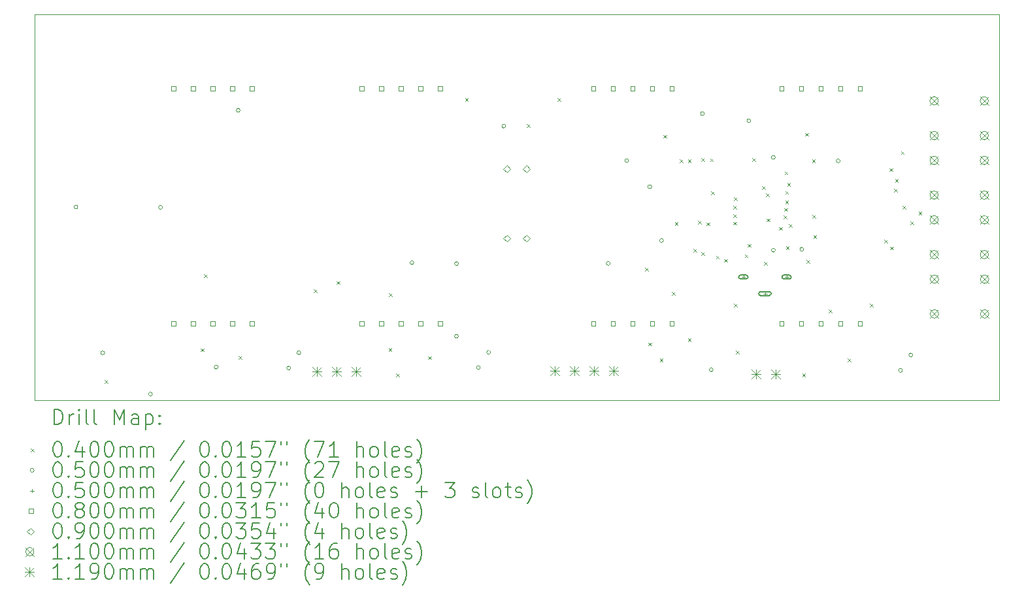
<source format=gbr>
%TF.GenerationSoftware,KiCad,Pcbnew,6.0.11-2627ca5db0~126~ubuntu22.04.1*%
%TF.CreationDate,2023-10-21T07:57:17+01:00*%
%TF.ProjectId,LEDClock,4c454443-6c6f-4636-9b2e-6b696361645f,rev?*%
%TF.SameCoordinates,PX44794c0PY22243c0*%
%TF.FileFunction,Drillmap*%
%TF.FilePolarity,Positive*%
%FSLAX45Y45*%
G04 Gerber Fmt 4.5, Leading zero omitted, Abs format (unit mm)*
G04 Created by KiCad (PCBNEW 6.0.11-2627ca5db0~126~ubuntu22.04.1) date 2023-10-21 07:57:17*
%MOMM*%
%LPD*%
G01*
G04 APERTURE LIST*
%ADD10C,0.100000*%
%ADD11C,0.200000*%
%ADD12C,0.040000*%
%ADD13C,0.050000*%
%ADD14C,0.080000*%
%ADD15C,0.090000*%
%ADD16C,0.110000*%
%ADD17C,0.119000*%
G04 APERTURE END LIST*
D10*
X12500000Y-5000000D02*
X0Y-5000000D01*
X0Y-5000000D02*
X0Y0D01*
X12500000Y0D02*
X12500000Y-5000000D01*
X12500000Y0D02*
X0Y0D01*
D11*
D12*
X910000Y-4741000D02*
X950000Y-4781000D01*
X950000Y-4741000D02*
X910000Y-4781000D01*
X2153000Y-4329000D02*
X2193000Y-4369000D01*
X2193000Y-4329000D02*
X2153000Y-4369000D01*
X2196000Y-3369000D02*
X2236000Y-3409000D01*
X2236000Y-3369000D02*
X2196000Y-3409000D01*
X2645000Y-4424000D02*
X2685000Y-4464000D01*
X2685000Y-4424000D02*
X2645000Y-4464000D01*
X3622000Y-3559000D02*
X3662000Y-3599000D01*
X3662000Y-3559000D02*
X3622000Y-3599000D01*
X3914000Y-3455550D02*
X3954000Y-3495550D01*
X3954000Y-3455550D02*
X3914000Y-3495550D01*
X4588000Y-4324000D02*
X4628000Y-4364000D01*
X4628000Y-4324000D02*
X4588000Y-4364000D01*
X4594901Y-3610050D02*
X4634901Y-3650050D01*
X4634901Y-3610050D02*
X4594901Y-3650050D01*
X4689000Y-4657000D02*
X4729000Y-4697000D01*
X4729000Y-4657000D02*
X4689000Y-4697000D01*
X5100000Y-4429050D02*
X5140000Y-4469050D01*
X5140000Y-4429050D02*
X5100000Y-4469050D01*
X5580000Y-1080000D02*
X5620000Y-1120000D01*
X5620000Y-1080000D02*
X5580000Y-1120000D01*
X6378000Y-1421000D02*
X6418000Y-1461000D01*
X6418000Y-1421000D02*
X6378000Y-1461000D01*
X6780000Y-1080000D02*
X6820000Y-1120000D01*
X6820000Y-1080000D02*
X6780000Y-1120000D01*
X7912000Y-3284000D02*
X7952000Y-3324000D01*
X7952000Y-3284000D02*
X7912000Y-3324000D01*
X7952350Y-4252110D02*
X7992350Y-4292110D01*
X7992350Y-4252110D02*
X7952350Y-4292110D01*
X8101350Y-4462160D02*
X8141350Y-4502160D01*
X8141350Y-4462160D02*
X8101350Y-4502160D01*
X8148000Y-1560000D02*
X8188000Y-1600000D01*
X8188000Y-1560000D02*
X8148000Y-1600000D01*
X8257000Y-3593000D02*
X8297000Y-3633000D01*
X8297000Y-3593000D02*
X8257000Y-3633000D01*
X8296550Y-2691892D02*
X8336550Y-2731892D01*
X8336550Y-2691892D02*
X8296550Y-2731892D01*
X8363000Y-1879000D02*
X8403000Y-1919000D01*
X8403000Y-1879000D02*
X8363000Y-1919000D01*
X8466000Y-4197000D02*
X8506000Y-4237000D01*
X8506000Y-4197000D02*
X8466000Y-4237000D01*
X8467195Y-1875550D02*
X8507195Y-1915550D01*
X8507195Y-1875550D02*
X8467195Y-1915550D01*
X8537000Y-3038000D02*
X8577000Y-3078000D01*
X8577000Y-3038000D02*
X8537000Y-3078000D01*
X8598817Y-2675183D02*
X8638817Y-2715183D01*
X8638817Y-2675183D02*
X8598817Y-2715183D01*
X8641450Y-3081865D02*
X8681450Y-3121865D01*
X8681450Y-3081865D02*
X8641450Y-3121865D01*
X8641758Y-1862729D02*
X8681758Y-1902729D01*
X8681758Y-1862729D02*
X8641758Y-1902729D01*
X8706623Y-2695163D02*
X8746623Y-2735163D01*
X8746623Y-2695163D02*
X8706623Y-2735163D01*
X8753200Y-1864550D02*
X8793200Y-1904550D01*
X8793200Y-1864550D02*
X8753200Y-1904550D01*
X8767799Y-2290201D02*
X8807799Y-2330201D01*
X8807799Y-2290201D02*
X8767799Y-2330201D01*
X8831300Y-3126876D02*
X8871300Y-3166876D01*
X8871300Y-3126876D02*
X8831300Y-3166876D01*
X8935067Y-3169058D02*
X8975067Y-3209058D01*
X8975067Y-3169058D02*
X8935067Y-3209058D01*
X9053141Y-2685600D02*
X9093141Y-2725600D01*
X9093141Y-2685600D02*
X9053141Y-2725600D01*
X9054003Y-2585653D02*
X9094003Y-2625653D01*
X9094003Y-2585653D02*
X9054003Y-2625653D01*
X9057000Y-2479000D02*
X9097000Y-2519000D01*
X9097000Y-2479000D02*
X9057000Y-2519000D01*
X9060498Y-3749422D02*
X9100498Y-3789422D01*
X9100498Y-3749422D02*
X9060498Y-3789422D01*
X9061000Y-2370000D02*
X9101000Y-2410000D01*
X9101000Y-2370000D02*
X9061000Y-2410000D01*
X9086000Y-4360000D02*
X9126000Y-4400000D01*
X9126000Y-4360000D02*
X9086000Y-4400000D01*
X9202000Y-3108000D02*
X9242000Y-3148000D01*
X9242000Y-3108000D02*
X9202000Y-3148000D01*
X9239117Y-2972665D02*
X9279117Y-3012665D01*
X9279117Y-2972665D02*
X9239117Y-3012665D01*
X9302000Y-1860000D02*
X9342000Y-1900000D01*
X9342000Y-1860000D02*
X9302000Y-1900000D01*
X9429960Y-2224550D02*
X9469960Y-2264550D01*
X9469960Y-2224550D02*
X9429960Y-2264550D01*
X9454000Y-3205000D02*
X9494000Y-3245000D01*
X9494000Y-3205000D02*
X9454000Y-3245000D01*
X9476000Y-2315000D02*
X9516000Y-2355000D01*
X9516000Y-2315000D02*
X9476000Y-2355000D01*
X9485992Y-2643519D02*
X9525992Y-2683519D01*
X9525992Y-2643519D02*
X9485992Y-2683519D01*
X9645550Y-2752450D02*
X9685550Y-2792450D01*
X9685550Y-2752450D02*
X9645550Y-2792450D01*
X9707450Y-2607073D02*
X9747450Y-2647073D01*
X9747450Y-2607073D02*
X9707450Y-2647073D01*
X9713290Y-2507293D02*
X9753290Y-2547293D01*
X9753290Y-2507293D02*
X9713290Y-2547293D01*
X9719000Y-2033000D02*
X9759000Y-2073000D01*
X9759000Y-2033000D02*
X9719000Y-2073000D01*
X9727063Y-2408296D02*
X9767063Y-2448296D01*
X9767063Y-2408296D02*
X9727063Y-2448296D01*
X9729000Y-2288000D02*
X9769000Y-2328000D01*
X9769000Y-2288000D02*
X9729000Y-2328000D01*
X9737000Y-3005000D02*
X9777000Y-3045000D01*
X9777000Y-3005000D02*
X9737000Y-3045000D01*
X9752460Y-2182000D02*
X9792460Y-2222000D01*
X9792460Y-2182000D02*
X9752460Y-2222000D01*
X9773000Y-2718000D02*
X9813000Y-2758000D01*
X9813000Y-2718000D02*
X9773000Y-2758000D01*
X9948000Y-4652000D02*
X9988000Y-4692000D01*
X9988000Y-4652000D02*
X9948000Y-4692000D01*
X9986000Y-1534000D02*
X10026000Y-1574000D01*
X10026000Y-1534000D02*
X9986000Y-1574000D01*
X10004000Y-3183000D02*
X10044000Y-3223000D01*
X10044000Y-3183000D02*
X10004000Y-3223000D01*
X10076000Y-1880000D02*
X10116000Y-1920000D01*
X10116000Y-1880000D02*
X10076000Y-1920000D01*
X10079000Y-2597000D02*
X10119000Y-2637000D01*
X10119000Y-2597000D02*
X10079000Y-2637000D01*
X10092000Y-2861000D02*
X10132000Y-2901000D01*
X10132000Y-2861000D02*
X10092000Y-2901000D01*
X10293000Y-3821450D02*
X10333000Y-3861450D01*
X10333000Y-3821450D02*
X10293000Y-3861450D01*
X10538000Y-4460000D02*
X10578000Y-4500000D01*
X10578000Y-4460000D02*
X10538000Y-4500000D01*
X10822000Y-3749000D02*
X10862000Y-3789000D01*
X10862000Y-3749000D02*
X10822000Y-3789000D01*
X11012000Y-2916000D02*
X11052000Y-2956000D01*
X11052000Y-2916000D02*
X11012000Y-2956000D01*
X11077000Y-1992000D02*
X11117000Y-2032000D01*
X11117000Y-1992000D02*
X11077000Y-2032000D01*
X11085000Y-3007000D02*
X11125000Y-3047000D01*
X11125000Y-3007000D02*
X11085000Y-3047000D01*
X11136000Y-2260000D02*
X11176000Y-2300000D01*
X11176000Y-2260000D02*
X11136000Y-2300000D01*
X11150000Y-2130000D02*
X11190000Y-2170000D01*
X11190000Y-2130000D02*
X11150000Y-2170000D01*
X11227000Y-1771000D02*
X11267000Y-1811000D01*
X11267000Y-1771000D02*
X11227000Y-1811000D01*
X11248450Y-2479000D02*
X11288450Y-2519000D01*
X11288450Y-2479000D02*
X11248450Y-2519000D01*
X11347000Y-2682000D02*
X11387000Y-2722000D01*
X11387000Y-2682000D02*
X11347000Y-2722000D01*
X11455000Y-2557000D02*
X11495000Y-2597000D01*
X11495000Y-2557000D02*
X11455000Y-2597000D01*
D13*
X562380Y-2494000D02*
G75*
G03*
X562380Y-2494000I-25000J0D01*
G01*
X909000Y-4386000D02*
G75*
G03*
X909000Y-4386000I-25000J0D01*
G01*
X1529000Y-4920000D02*
G75*
G03*
X1529000Y-4920000I-25000J0D01*
G01*
X1658380Y-2498000D02*
G75*
G03*
X1658380Y-2498000I-25000J0D01*
G01*
X2380000Y-4570000D02*
G75*
G03*
X2380000Y-4570000I-25000J0D01*
G01*
X2665000Y-1240000D02*
G75*
G03*
X2665000Y-1240000I-25000J0D01*
G01*
X3319000Y-4583000D02*
G75*
G03*
X3319000Y-4583000I-25000J0D01*
G01*
X3451000Y-4384000D02*
G75*
G03*
X3451000Y-4384000I-25000J0D01*
G01*
X4916000Y-3216250D02*
G75*
G03*
X4916000Y-3216250I-25000J0D01*
G01*
X5494000Y-3229000D02*
G75*
G03*
X5494000Y-3229000I-25000J0D01*
G01*
X5494000Y-4170000D02*
G75*
G03*
X5494000Y-4170000I-25000J0D01*
G01*
X5777000Y-4578000D02*
G75*
G03*
X5777000Y-4578000I-25000J0D01*
G01*
X5909000Y-4379000D02*
G75*
G03*
X5909000Y-4379000I-25000J0D01*
G01*
X6106500Y-1446000D02*
G75*
G03*
X6106500Y-1446000I-25000J0D01*
G01*
X7460000Y-3226000D02*
G75*
G03*
X7460000Y-3226000I-25000J0D01*
G01*
X7698430Y-1894110D02*
G75*
G03*
X7698430Y-1894110I-25000J0D01*
G01*
X7997450Y-2231000D02*
G75*
G03*
X7997450Y-2231000I-25000J0D01*
G01*
X8149000Y-2929000D02*
G75*
G03*
X8149000Y-2929000I-25000J0D01*
G01*
X8679000Y-1283000D02*
G75*
G03*
X8679000Y-1283000I-25000J0D01*
G01*
X8794000Y-4605000D02*
G75*
G03*
X8794000Y-4605000I-25000J0D01*
G01*
X9280500Y-1375500D02*
G75*
G03*
X9280500Y-1375500I-25000J0D01*
G01*
X9597600Y-1851000D02*
G75*
G03*
X9597600Y-1851000I-25000J0D01*
G01*
X9600000Y-3055000D02*
G75*
G03*
X9600000Y-3055000I-25000J0D01*
G01*
X9967500Y-3042500D02*
G75*
G03*
X9967500Y-3042500I-25000J0D01*
G01*
X10440000Y-1896000D02*
G75*
G03*
X10440000Y-1896000I-25000J0D01*
G01*
X11247000Y-4613000D02*
G75*
G03*
X11247000Y-4613000I-25000J0D01*
G01*
X11379000Y-4414000D02*
G75*
G03*
X11379000Y-4414000I-25000J0D01*
G01*
X9185000Y-3377500D02*
X9185000Y-3427500D01*
X9160000Y-3402500D02*
X9210000Y-3402500D01*
D11*
X9150000Y-3427500D02*
X9220000Y-3427500D01*
X9150000Y-3377500D02*
X9220000Y-3377500D01*
X9220000Y-3427500D02*
G75*
G03*
X9220000Y-3377500I0J25000D01*
G01*
X9150000Y-3377500D02*
G75*
G03*
X9150000Y-3427500I0J-25000D01*
G01*
D13*
X9465000Y-3592500D02*
X9465000Y-3642500D01*
X9440000Y-3617500D02*
X9490000Y-3617500D01*
D11*
X9410000Y-3642500D02*
X9520000Y-3642500D01*
X9410000Y-3592500D02*
X9520000Y-3592500D01*
X9520000Y-3642500D02*
G75*
G03*
X9520000Y-3592500I0J25000D01*
G01*
X9410000Y-3592500D02*
G75*
G03*
X9410000Y-3642500I0J-25000D01*
G01*
D13*
X9745000Y-3377500D02*
X9745000Y-3427500D01*
X9720000Y-3402500D02*
X9770000Y-3402500D01*
D11*
X9710000Y-3427500D02*
X9780000Y-3427500D01*
X9710000Y-3377500D02*
X9780000Y-3377500D01*
X9780000Y-3427500D02*
G75*
G03*
X9780000Y-3377500I0J25000D01*
G01*
X9710000Y-3377500D02*
G75*
G03*
X9710000Y-3427500I0J-25000D01*
G01*
D14*
X1829284Y-987284D02*
X1829284Y-930715D01*
X1772715Y-930715D01*
X1772715Y-987284D01*
X1829284Y-987284D01*
X1829284Y-4035284D02*
X1829284Y-3978715D01*
X1772715Y-3978715D01*
X1772715Y-4035284D01*
X1829284Y-4035284D01*
X2083284Y-987284D02*
X2083284Y-930715D01*
X2026715Y-930715D01*
X2026715Y-987284D01*
X2083284Y-987284D01*
X2083284Y-4035284D02*
X2083284Y-3978715D01*
X2026715Y-3978715D01*
X2026715Y-4035284D01*
X2083284Y-4035284D01*
X2337285Y-987284D02*
X2337285Y-930715D01*
X2280716Y-930715D01*
X2280716Y-987284D01*
X2337285Y-987284D01*
X2337285Y-4035284D02*
X2337285Y-3978715D01*
X2280716Y-3978715D01*
X2280716Y-4035284D01*
X2337285Y-4035284D01*
X2591285Y-987284D02*
X2591285Y-930715D01*
X2534716Y-930715D01*
X2534716Y-987284D01*
X2591285Y-987284D01*
X2591285Y-4035284D02*
X2591285Y-3978715D01*
X2534716Y-3978715D01*
X2534716Y-4035284D01*
X2591285Y-4035284D01*
X2845284Y-987284D02*
X2845284Y-930715D01*
X2788716Y-930715D01*
X2788716Y-987284D01*
X2845284Y-987284D01*
X2845284Y-4035284D02*
X2845284Y-3978715D01*
X2788716Y-3978715D01*
X2788716Y-4035284D01*
X2845284Y-4035284D01*
X4267285Y-986284D02*
X4267285Y-929715D01*
X4210716Y-929715D01*
X4210716Y-986284D01*
X4267285Y-986284D01*
X4267285Y-4034284D02*
X4267285Y-3977715D01*
X4210716Y-3977715D01*
X4210716Y-4034284D01*
X4267285Y-4034284D01*
X4521285Y-986284D02*
X4521285Y-929715D01*
X4464716Y-929715D01*
X4464716Y-986284D01*
X4521285Y-986284D01*
X4521285Y-4034284D02*
X4521285Y-3977715D01*
X4464716Y-3977715D01*
X4464716Y-4034284D01*
X4521285Y-4034284D01*
X4775285Y-986284D02*
X4775285Y-929715D01*
X4718716Y-929715D01*
X4718716Y-986284D01*
X4775285Y-986284D01*
X4775285Y-4034284D02*
X4775285Y-3977715D01*
X4718716Y-3977715D01*
X4718716Y-4034284D01*
X4775285Y-4034284D01*
X5029285Y-986284D02*
X5029285Y-929715D01*
X4972716Y-929715D01*
X4972716Y-986284D01*
X5029285Y-986284D01*
X5029285Y-4034284D02*
X5029285Y-3977715D01*
X4972716Y-3977715D01*
X4972716Y-4034284D01*
X5029285Y-4034284D01*
X5283285Y-986284D02*
X5283285Y-929715D01*
X5226716Y-929715D01*
X5226716Y-986284D01*
X5283285Y-986284D01*
X5283285Y-4034284D02*
X5283285Y-3977715D01*
X5226716Y-3977715D01*
X5226716Y-4034284D01*
X5283285Y-4034284D01*
X7270284Y-988284D02*
X7270284Y-931715D01*
X7213715Y-931715D01*
X7213715Y-988284D01*
X7270284Y-988284D01*
X7270284Y-4036284D02*
X7270284Y-3979715D01*
X7213715Y-3979715D01*
X7213715Y-4036284D01*
X7270284Y-4036284D01*
X7524284Y-988284D02*
X7524284Y-931715D01*
X7467715Y-931715D01*
X7467715Y-988284D01*
X7524284Y-988284D01*
X7524284Y-4036284D02*
X7524284Y-3979715D01*
X7467715Y-3979715D01*
X7467715Y-4036284D01*
X7524284Y-4036284D01*
X7778284Y-988284D02*
X7778284Y-931715D01*
X7721715Y-931715D01*
X7721715Y-988284D01*
X7778284Y-988284D01*
X7778284Y-4036284D02*
X7778284Y-3979715D01*
X7721715Y-3979715D01*
X7721715Y-4036284D01*
X7778284Y-4036284D01*
X8032284Y-988284D02*
X8032284Y-931715D01*
X7975715Y-931715D01*
X7975715Y-988284D01*
X8032284Y-988284D01*
X8032284Y-4036284D02*
X8032284Y-3979715D01*
X7975715Y-3979715D01*
X7975715Y-4036284D01*
X8032284Y-4036284D01*
X8286284Y-988284D02*
X8286284Y-931715D01*
X8229715Y-931715D01*
X8229715Y-988284D01*
X8286284Y-988284D01*
X8286284Y-4036284D02*
X8286284Y-3979715D01*
X8229715Y-3979715D01*
X8229715Y-4036284D01*
X8286284Y-4036284D01*
X9709285Y-988284D02*
X9709285Y-931715D01*
X9652716Y-931715D01*
X9652716Y-988284D01*
X9709285Y-988284D01*
X9709285Y-4036284D02*
X9709285Y-3979715D01*
X9652716Y-3979715D01*
X9652716Y-4036284D01*
X9709285Y-4036284D01*
X9963285Y-988284D02*
X9963285Y-931715D01*
X9906716Y-931715D01*
X9906716Y-988284D01*
X9963285Y-988284D01*
X9963285Y-4036284D02*
X9963285Y-3979715D01*
X9906716Y-3979715D01*
X9906716Y-4036284D01*
X9963285Y-4036284D01*
X10217285Y-988284D02*
X10217285Y-931715D01*
X10160716Y-931715D01*
X10160716Y-988284D01*
X10217285Y-988284D01*
X10217285Y-4036284D02*
X10217285Y-3979715D01*
X10160716Y-3979715D01*
X10160716Y-4036284D01*
X10217285Y-4036284D01*
X10471285Y-988284D02*
X10471285Y-931715D01*
X10414716Y-931715D01*
X10414716Y-988284D01*
X10471285Y-988284D01*
X10471285Y-4036284D02*
X10471285Y-3979715D01*
X10414716Y-3979715D01*
X10414716Y-4036284D01*
X10471285Y-4036284D01*
X10725285Y-988284D02*
X10725285Y-931715D01*
X10668716Y-931715D01*
X10668716Y-988284D01*
X10725285Y-988284D01*
X10725285Y-4036284D02*
X10725285Y-3979715D01*
X10668716Y-3979715D01*
X10668716Y-4036284D01*
X10725285Y-4036284D01*
D15*
X6122500Y-2045000D02*
X6167500Y-2000000D01*
X6122500Y-1955000D01*
X6077500Y-2000000D01*
X6122500Y-2045000D01*
X6122500Y-2945000D02*
X6167500Y-2900000D01*
X6122500Y-2855000D01*
X6077500Y-2900000D01*
X6122500Y-2945000D01*
X6376500Y-2045000D02*
X6421500Y-2000000D01*
X6376500Y-1955000D01*
X6331500Y-2000000D01*
X6376500Y-2045000D01*
X6376500Y-2945000D02*
X6421500Y-2900000D01*
X6376500Y-2855000D01*
X6331500Y-2900000D01*
X6376500Y-2945000D01*
D16*
X11602000Y-1063000D02*
X11712000Y-1173000D01*
X11712000Y-1063000D02*
X11602000Y-1173000D01*
X11712000Y-1118000D02*
G75*
G03*
X11712000Y-1118000I-55000J0D01*
G01*
X11602000Y-1513000D02*
X11712000Y-1623000D01*
X11712000Y-1513000D02*
X11602000Y-1623000D01*
X11712000Y-1568000D02*
G75*
G03*
X11712000Y-1568000I-55000J0D01*
G01*
X11602000Y-1835000D02*
X11712000Y-1945000D01*
X11712000Y-1835000D02*
X11602000Y-1945000D01*
X11712000Y-1890000D02*
G75*
G03*
X11712000Y-1890000I-55000J0D01*
G01*
X11602000Y-2285000D02*
X11712000Y-2395000D01*
X11712000Y-2285000D02*
X11602000Y-2395000D01*
X11712000Y-2340000D02*
G75*
G03*
X11712000Y-2340000I-55000J0D01*
G01*
X11603000Y-2606000D02*
X11713000Y-2716000D01*
X11713000Y-2606000D02*
X11603000Y-2716000D01*
X11713000Y-2661000D02*
G75*
G03*
X11713000Y-2661000I-55000J0D01*
G01*
X11603000Y-3056000D02*
X11713000Y-3166000D01*
X11713000Y-3056000D02*
X11603000Y-3166000D01*
X11713000Y-3111000D02*
G75*
G03*
X11713000Y-3111000I-55000J0D01*
G01*
X11606000Y-3376000D02*
X11716000Y-3486000D01*
X11716000Y-3376000D02*
X11606000Y-3486000D01*
X11716000Y-3431000D02*
G75*
G03*
X11716000Y-3431000I-55000J0D01*
G01*
X11606000Y-3826000D02*
X11716000Y-3936000D01*
X11716000Y-3826000D02*
X11606000Y-3936000D01*
X11716000Y-3881000D02*
G75*
G03*
X11716000Y-3881000I-55000J0D01*
G01*
X12252000Y-1063000D02*
X12362000Y-1173000D01*
X12362000Y-1063000D02*
X12252000Y-1173000D01*
X12362000Y-1118000D02*
G75*
G03*
X12362000Y-1118000I-55000J0D01*
G01*
X12252000Y-1513000D02*
X12362000Y-1623000D01*
X12362000Y-1513000D02*
X12252000Y-1623000D01*
X12362000Y-1568000D02*
G75*
G03*
X12362000Y-1568000I-55000J0D01*
G01*
X12252000Y-1835000D02*
X12362000Y-1945000D01*
X12362000Y-1835000D02*
X12252000Y-1945000D01*
X12362000Y-1890000D02*
G75*
G03*
X12362000Y-1890000I-55000J0D01*
G01*
X12252000Y-2285000D02*
X12362000Y-2395000D01*
X12362000Y-2285000D02*
X12252000Y-2395000D01*
X12362000Y-2340000D02*
G75*
G03*
X12362000Y-2340000I-55000J0D01*
G01*
X12253000Y-2606000D02*
X12363000Y-2716000D01*
X12363000Y-2606000D02*
X12253000Y-2716000D01*
X12363000Y-2661000D02*
G75*
G03*
X12363000Y-2661000I-55000J0D01*
G01*
X12253000Y-3056000D02*
X12363000Y-3166000D01*
X12363000Y-3056000D02*
X12253000Y-3166000D01*
X12363000Y-3111000D02*
G75*
G03*
X12363000Y-3111000I-55000J0D01*
G01*
X12256000Y-3376000D02*
X12366000Y-3486000D01*
X12366000Y-3376000D02*
X12256000Y-3486000D01*
X12366000Y-3431000D02*
G75*
G03*
X12366000Y-3431000I-55000J0D01*
G01*
X12256000Y-3826000D02*
X12366000Y-3936000D01*
X12366000Y-3826000D02*
X12256000Y-3936000D01*
X12366000Y-3881000D02*
G75*
G03*
X12366000Y-3881000I-55000J0D01*
G01*
D17*
X3604500Y-4564500D02*
X3723500Y-4683500D01*
X3723500Y-4564500D02*
X3604500Y-4683500D01*
X3664000Y-4564500D02*
X3664000Y-4683500D01*
X3604500Y-4624000D02*
X3723500Y-4624000D01*
X3858500Y-4564500D02*
X3977500Y-4683500D01*
X3977500Y-4564500D02*
X3858500Y-4683500D01*
X3918000Y-4564500D02*
X3918000Y-4683500D01*
X3858500Y-4624000D02*
X3977500Y-4624000D01*
X4112500Y-4564500D02*
X4231500Y-4683500D01*
X4231500Y-4564500D02*
X4112500Y-4683500D01*
X4172000Y-4564500D02*
X4172000Y-4683500D01*
X4112500Y-4624000D02*
X4231500Y-4624000D01*
X6681500Y-4562500D02*
X6800500Y-4681500D01*
X6800500Y-4562500D02*
X6681500Y-4681500D01*
X6741000Y-4562500D02*
X6741000Y-4681500D01*
X6681500Y-4622000D02*
X6800500Y-4622000D01*
X6935500Y-4562500D02*
X7054500Y-4681500D01*
X7054500Y-4562500D02*
X6935500Y-4681500D01*
X6995000Y-4562500D02*
X6995000Y-4681500D01*
X6935500Y-4622000D02*
X7054500Y-4622000D01*
X7189500Y-4562500D02*
X7308500Y-4681500D01*
X7308500Y-4562500D02*
X7189500Y-4681500D01*
X7249000Y-4562500D02*
X7249000Y-4681500D01*
X7189500Y-4622000D02*
X7308500Y-4622000D01*
X7443500Y-4562500D02*
X7562500Y-4681500D01*
X7562500Y-4562500D02*
X7443500Y-4681500D01*
X7503000Y-4562500D02*
X7503000Y-4681500D01*
X7443500Y-4622000D02*
X7562500Y-4622000D01*
X9294500Y-4599500D02*
X9413500Y-4718500D01*
X9413500Y-4599500D02*
X9294500Y-4718500D01*
X9354000Y-4599500D02*
X9354000Y-4718500D01*
X9294500Y-4659000D02*
X9413500Y-4659000D01*
X9548500Y-4599500D02*
X9667500Y-4718500D01*
X9667500Y-4599500D02*
X9548500Y-4718500D01*
X9608000Y-4599500D02*
X9608000Y-4718500D01*
X9548500Y-4659000D02*
X9667500Y-4659000D01*
D11*
X252619Y-5315476D02*
X252619Y-5115476D01*
X300238Y-5115476D01*
X328810Y-5125000D01*
X347857Y-5144048D01*
X357381Y-5163095D01*
X366905Y-5201190D01*
X366905Y-5229762D01*
X357381Y-5267857D01*
X347857Y-5286905D01*
X328810Y-5305952D01*
X300238Y-5315476D01*
X252619Y-5315476D01*
X452619Y-5315476D02*
X452619Y-5182143D01*
X452619Y-5220238D02*
X462143Y-5201190D01*
X471667Y-5191667D01*
X490714Y-5182143D01*
X509762Y-5182143D01*
X576429Y-5315476D02*
X576429Y-5182143D01*
X576429Y-5115476D02*
X566905Y-5125000D01*
X576429Y-5134524D01*
X585952Y-5125000D01*
X576429Y-5115476D01*
X576429Y-5134524D01*
X700238Y-5315476D02*
X681190Y-5305952D01*
X671667Y-5286905D01*
X671667Y-5115476D01*
X805000Y-5315476D02*
X785952Y-5305952D01*
X776428Y-5286905D01*
X776428Y-5115476D01*
X1033571Y-5315476D02*
X1033571Y-5115476D01*
X1100238Y-5258333D01*
X1166905Y-5115476D01*
X1166905Y-5315476D01*
X1347857Y-5315476D02*
X1347857Y-5210714D01*
X1338333Y-5191667D01*
X1319286Y-5182143D01*
X1281190Y-5182143D01*
X1262143Y-5191667D01*
X1347857Y-5305952D02*
X1328810Y-5315476D01*
X1281190Y-5315476D01*
X1262143Y-5305952D01*
X1252619Y-5286905D01*
X1252619Y-5267857D01*
X1262143Y-5248810D01*
X1281190Y-5239286D01*
X1328810Y-5239286D01*
X1347857Y-5229762D01*
X1443095Y-5182143D02*
X1443095Y-5382143D01*
X1443095Y-5191667D02*
X1462143Y-5182143D01*
X1500238Y-5182143D01*
X1519286Y-5191667D01*
X1528809Y-5201190D01*
X1538333Y-5220238D01*
X1538333Y-5277381D01*
X1528809Y-5296429D01*
X1519286Y-5305952D01*
X1500238Y-5315476D01*
X1462143Y-5315476D01*
X1443095Y-5305952D01*
X1624048Y-5296429D02*
X1633571Y-5305952D01*
X1624048Y-5315476D01*
X1614524Y-5305952D01*
X1624048Y-5296429D01*
X1624048Y-5315476D01*
X1624048Y-5191667D02*
X1633571Y-5201190D01*
X1624048Y-5210714D01*
X1614524Y-5201190D01*
X1624048Y-5191667D01*
X1624048Y-5210714D01*
D12*
X-45000Y-5625000D02*
X-5000Y-5665000D01*
X-5000Y-5625000D02*
X-45000Y-5665000D01*
D11*
X290714Y-5535476D02*
X309762Y-5535476D01*
X328810Y-5545000D01*
X338333Y-5554524D01*
X347857Y-5573571D01*
X357381Y-5611667D01*
X357381Y-5659286D01*
X347857Y-5697381D01*
X338333Y-5716428D01*
X328810Y-5725952D01*
X309762Y-5735476D01*
X290714Y-5735476D01*
X271667Y-5725952D01*
X262143Y-5716428D01*
X252619Y-5697381D01*
X243095Y-5659286D01*
X243095Y-5611667D01*
X252619Y-5573571D01*
X262143Y-5554524D01*
X271667Y-5545000D01*
X290714Y-5535476D01*
X443095Y-5716428D02*
X452619Y-5725952D01*
X443095Y-5735476D01*
X433571Y-5725952D01*
X443095Y-5716428D01*
X443095Y-5735476D01*
X624048Y-5602143D02*
X624048Y-5735476D01*
X576429Y-5525952D02*
X528810Y-5668809D01*
X652619Y-5668809D01*
X766905Y-5535476D02*
X785952Y-5535476D01*
X805000Y-5545000D01*
X814524Y-5554524D01*
X824048Y-5573571D01*
X833571Y-5611667D01*
X833571Y-5659286D01*
X824048Y-5697381D01*
X814524Y-5716428D01*
X805000Y-5725952D01*
X785952Y-5735476D01*
X766905Y-5735476D01*
X747857Y-5725952D01*
X738333Y-5716428D01*
X728809Y-5697381D01*
X719286Y-5659286D01*
X719286Y-5611667D01*
X728809Y-5573571D01*
X738333Y-5554524D01*
X747857Y-5545000D01*
X766905Y-5535476D01*
X957381Y-5535476D02*
X976428Y-5535476D01*
X995476Y-5545000D01*
X1005000Y-5554524D01*
X1014524Y-5573571D01*
X1024048Y-5611667D01*
X1024048Y-5659286D01*
X1014524Y-5697381D01*
X1005000Y-5716428D01*
X995476Y-5725952D01*
X976428Y-5735476D01*
X957381Y-5735476D01*
X938333Y-5725952D01*
X928809Y-5716428D01*
X919286Y-5697381D01*
X909762Y-5659286D01*
X909762Y-5611667D01*
X919286Y-5573571D01*
X928809Y-5554524D01*
X938333Y-5545000D01*
X957381Y-5535476D01*
X1109762Y-5735476D02*
X1109762Y-5602143D01*
X1109762Y-5621190D02*
X1119286Y-5611667D01*
X1138333Y-5602143D01*
X1166905Y-5602143D01*
X1185952Y-5611667D01*
X1195476Y-5630714D01*
X1195476Y-5735476D01*
X1195476Y-5630714D02*
X1205000Y-5611667D01*
X1224048Y-5602143D01*
X1252619Y-5602143D01*
X1271667Y-5611667D01*
X1281190Y-5630714D01*
X1281190Y-5735476D01*
X1376429Y-5735476D02*
X1376429Y-5602143D01*
X1376429Y-5621190D02*
X1385952Y-5611667D01*
X1405000Y-5602143D01*
X1433571Y-5602143D01*
X1452619Y-5611667D01*
X1462143Y-5630714D01*
X1462143Y-5735476D01*
X1462143Y-5630714D02*
X1471667Y-5611667D01*
X1490714Y-5602143D01*
X1519286Y-5602143D01*
X1538333Y-5611667D01*
X1547857Y-5630714D01*
X1547857Y-5735476D01*
X1938333Y-5525952D02*
X1766905Y-5783095D01*
X2195476Y-5535476D02*
X2214524Y-5535476D01*
X2233571Y-5545000D01*
X2243095Y-5554524D01*
X2252619Y-5573571D01*
X2262143Y-5611667D01*
X2262143Y-5659286D01*
X2252619Y-5697381D01*
X2243095Y-5716428D01*
X2233571Y-5725952D01*
X2214524Y-5735476D01*
X2195476Y-5735476D01*
X2176429Y-5725952D01*
X2166905Y-5716428D01*
X2157381Y-5697381D01*
X2147857Y-5659286D01*
X2147857Y-5611667D01*
X2157381Y-5573571D01*
X2166905Y-5554524D01*
X2176429Y-5545000D01*
X2195476Y-5535476D01*
X2347857Y-5716428D02*
X2357381Y-5725952D01*
X2347857Y-5735476D01*
X2338333Y-5725952D01*
X2347857Y-5716428D01*
X2347857Y-5735476D01*
X2481190Y-5535476D02*
X2500238Y-5535476D01*
X2519286Y-5545000D01*
X2528810Y-5554524D01*
X2538333Y-5573571D01*
X2547857Y-5611667D01*
X2547857Y-5659286D01*
X2538333Y-5697381D01*
X2528810Y-5716428D01*
X2519286Y-5725952D01*
X2500238Y-5735476D01*
X2481190Y-5735476D01*
X2462143Y-5725952D01*
X2452619Y-5716428D01*
X2443095Y-5697381D01*
X2433571Y-5659286D01*
X2433571Y-5611667D01*
X2443095Y-5573571D01*
X2452619Y-5554524D01*
X2462143Y-5545000D01*
X2481190Y-5535476D01*
X2738333Y-5735476D02*
X2624048Y-5735476D01*
X2681190Y-5735476D02*
X2681190Y-5535476D01*
X2662143Y-5564048D01*
X2643095Y-5583095D01*
X2624048Y-5592619D01*
X2919286Y-5535476D02*
X2824048Y-5535476D01*
X2814524Y-5630714D01*
X2824048Y-5621190D01*
X2843095Y-5611667D01*
X2890714Y-5611667D01*
X2909762Y-5621190D01*
X2919286Y-5630714D01*
X2928809Y-5649762D01*
X2928809Y-5697381D01*
X2919286Y-5716428D01*
X2909762Y-5725952D01*
X2890714Y-5735476D01*
X2843095Y-5735476D01*
X2824048Y-5725952D01*
X2814524Y-5716428D01*
X2995476Y-5535476D02*
X3128809Y-5535476D01*
X3043095Y-5735476D01*
X3195476Y-5535476D02*
X3195476Y-5573571D01*
X3271667Y-5535476D02*
X3271667Y-5573571D01*
X3566905Y-5811667D02*
X3557381Y-5802143D01*
X3538333Y-5773571D01*
X3528809Y-5754524D01*
X3519286Y-5725952D01*
X3509762Y-5678333D01*
X3509762Y-5640238D01*
X3519286Y-5592619D01*
X3528809Y-5564048D01*
X3538333Y-5545000D01*
X3557381Y-5516429D01*
X3566905Y-5506905D01*
X3624048Y-5535476D02*
X3757381Y-5535476D01*
X3671667Y-5735476D01*
X3938333Y-5735476D02*
X3824048Y-5735476D01*
X3881190Y-5735476D02*
X3881190Y-5535476D01*
X3862143Y-5564048D01*
X3843095Y-5583095D01*
X3824048Y-5592619D01*
X4176428Y-5735476D02*
X4176428Y-5535476D01*
X4262143Y-5735476D02*
X4262143Y-5630714D01*
X4252619Y-5611667D01*
X4233571Y-5602143D01*
X4205000Y-5602143D01*
X4185952Y-5611667D01*
X4176428Y-5621190D01*
X4385952Y-5735476D02*
X4366905Y-5725952D01*
X4357381Y-5716428D01*
X4347857Y-5697381D01*
X4347857Y-5640238D01*
X4357381Y-5621190D01*
X4366905Y-5611667D01*
X4385952Y-5602143D01*
X4414524Y-5602143D01*
X4433571Y-5611667D01*
X4443095Y-5621190D01*
X4452619Y-5640238D01*
X4452619Y-5697381D01*
X4443095Y-5716428D01*
X4433571Y-5725952D01*
X4414524Y-5735476D01*
X4385952Y-5735476D01*
X4566905Y-5735476D02*
X4547857Y-5725952D01*
X4538333Y-5706905D01*
X4538333Y-5535476D01*
X4719286Y-5725952D02*
X4700238Y-5735476D01*
X4662143Y-5735476D01*
X4643095Y-5725952D01*
X4633571Y-5706905D01*
X4633571Y-5630714D01*
X4643095Y-5611667D01*
X4662143Y-5602143D01*
X4700238Y-5602143D01*
X4719286Y-5611667D01*
X4728810Y-5630714D01*
X4728810Y-5649762D01*
X4633571Y-5668809D01*
X4805000Y-5725952D02*
X4824048Y-5735476D01*
X4862143Y-5735476D01*
X4881190Y-5725952D01*
X4890714Y-5706905D01*
X4890714Y-5697381D01*
X4881190Y-5678333D01*
X4862143Y-5668809D01*
X4833571Y-5668809D01*
X4814524Y-5659286D01*
X4805000Y-5640238D01*
X4805000Y-5630714D01*
X4814524Y-5611667D01*
X4833571Y-5602143D01*
X4862143Y-5602143D01*
X4881190Y-5611667D01*
X4957381Y-5811667D02*
X4966905Y-5802143D01*
X4985952Y-5773571D01*
X4995476Y-5754524D01*
X5005000Y-5725952D01*
X5014524Y-5678333D01*
X5014524Y-5640238D01*
X5005000Y-5592619D01*
X4995476Y-5564048D01*
X4985952Y-5545000D01*
X4966905Y-5516429D01*
X4957381Y-5506905D01*
D13*
X-5000Y-5909000D02*
G75*
G03*
X-5000Y-5909000I-25000J0D01*
G01*
D11*
X290714Y-5799476D02*
X309762Y-5799476D01*
X328810Y-5809000D01*
X338333Y-5818524D01*
X347857Y-5837571D01*
X357381Y-5875667D01*
X357381Y-5923286D01*
X347857Y-5961381D01*
X338333Y-5980428D01*
X328810Y-5989952D01*
X309762Y-5999476D01*
X290714Y-5999476D01*
X271667Y-5989952D01*
X262143Y-5980428D01*
X252619Y-5961381D01*
X243095Y-5923286D01*
X243095Y-5875667D01*
X252619Y-5837571D01*
X262143Y-5818524D01*
X271667Y-5809000D01*
X290714Y-5799476D01*
X443095Y-5980428D02*
X452619Y-5989952D01*
X443095Y-5999476D01*
X433571Y-5989952D01*
X443095Y-5980428D01*
X443095Y-5999476D01*
X633571Y-5799476D02*
X538333Y-5799476D01*
X528810Y-5894714D01*
X538333Y-5885190D01*
X557381Y-5875667D01*
X605000Y-5875667D01*
X624048Y-5885190D01*
X633571Y-5894714D01*
X643095Y-5913762D01*
X643095Y-5961381D01*
X633571Y-5980428D01*
X624048Y-5989952D01*
X605000Y-5999476D01*
X557381Y-5999476D01*
X538333Y-5989952D01*
X528810Y-5980428D01*
X766905Y-5799476D02*
X785952Y-5799476D01*
X805000Y-5809000D01*
X814524Y-5818524D01*
X824048Y-5837571D01*
X833571Y-5875667D01*
X833571Y-5923286D01*
X824048Y-5961381D01*
X814524Y-5980428D01*
X805000Y-5989952D01*
X785952Y-5999476D01*
X766905Y-5999476D01*
X747857Y-5989952D01*
X738333Y-5980428D01*
X728809Y-5961381D01*
X719286Y-5923286D01*
X719286Y-5875667D01*
X728809Y-5837571D01*
X738333Y-5818524D01*
X747857Y-5809000D01*
X766905Y-5799476D01*
X957381Y-5799476D02*
X976428Y-5799476D01*
X995476Y-5809000D01*
X1005000Y-5818524D01*
X1014524Y-5837571D01*
X1024048Y-5875667D01*
X1024048Y-5923286D01*
X1014524Y-5961381D01*
X1005000Y-5980428D01*
X995476Y-5989952D01*
X976428Y-5999476D01*
X957381Y-5999476D01*
X938333Y-5989952D01*
X928809Y-5980428D01*
X919286Y-5961381D01*
X909762Y-5923286D01*
X909762Y-5875667D01*
X919286Y-5837571D01*
X928809Y-5818524D01*
X938333Y-5809000D01*
X957381Y-5799476D01*
X1109762Y-5999476D02*
X1109762Y-5866143D01*
X1109762Y-5885190D02*
X1119286Y-5875667D01*
X1138333Y-5866143D01*
X1166905Y-5866143D01*
X1185952Y-5875667D01*
X1195476Y-5894714D01*
X1195476Y-5999476D01*
X1195476Y-5894714D02*
X1205000Y-5875667D01*
X1224048Y-5866143D01*
X1252619Y-5866143D01*
X1271667Y-5875667D01*
X1281190Y-5894714D01*
X1281190Y-5999476D01*
X1376429Y-5999476D02*
X1376429Y-5866143D01*
X1376429Y-5885190D02*
X1385952Y-5875667D01*
X1405000Y-5866143D01*
X1433571Y-5866143D01*
X1452619Y-5875667D01*
X1462143Y-5894714D01*
X1462143Y-5999476D01*
X1462143Y-5894714D02*
X1471667Y-5875667D01*
X1490714Y-5866143D01*
X1519286Y-5866143D01*
X1538333Y-5875667D01*
X1547857Y-5894714D01*
X1547857Y-5999476D01*
X1938333Y-5789952D02*
X1766905Y-6047095D01*
X2195476Y-5799476D02*
X2214524Y-5799476D01*
X2233571Y-5809000D01*
X2243095Y-5818524D01*
X2252619Y-5837571D01*
X2262143Y-5875667D01*
X2262143Y-5923286D01*
X2252619Y-5961381D01*
X2243095Y-5980428D01*
X2233571Y-5989952D01*
X2214524Y-5999476D01*
X2195476Y-5999476D01*
X2176429Y-5989952D01*
X2166905Y-5980428D01*
X2157381Y-5961381D01*
X2147857Y-5923286D01*
X2147857Y-5875667D01*
X2157381Y-5837571D01*
X2166905Y-5818524D01*
X2176429Y-5809000D01*
X2195476Y-5799476D01*
X2347857Y-5980428D02*
X2357381Y-5989952D01*
X2347857Y-5999476D01*
X2338333Y-5989952D01*
X2347857Y-5980428D01*
X2347857Y-5999476D01*
X2481190Y-5799476D02*
X2500238Y-5799476D01*
X2519286Y-5809000D01*
X2528810Y-5818524D01*
X2538333Y-5837571D01*
X2547857Y-5875667D01*
X2547857Y-5923286D01*
X2538333Y-5961381D01*
X2528810Y-5980428D01*
X2519286Y-5989952D01*
X2500238Y-5999476D01*
X2481190Y-5999476D01*
X2462143Y-5989952D01*
X2452619Y-5980428D01*
X2443095Y-5961381D01*
X2433571Y-5923286D01*
X2433571Y-5875667D01*
X2443095Y-5837571D01*
X2452619Y-5818524D01*
X2462143Y-5809000D01*
X2481190Y-5799476D01*
X2738333Y-5999476D02*
X2624048Y-5999476D01*
X2681190Y-5999476D02*
X2681190Y-5799476D01*
X2662143Y-5828048D01*
X2643095Y-5847095D01*
X2624048Y-5856619D01*
X2833571Y-5999476D02*
X2871667Y-5999476D01*
X2890714Y-5989952D01*
X2900238Y-5980428D01*
X2919286Y-5951857D01*
X2928809Y-5913762D01*
X2928809Y-5837571D01*
X2919286Y-5818524D01*
X2909762Y-5809000D01*
X2890714Y-5799476D01*
X2852619Y-5799476D01*
X2833571Y-5809000D01*
X2824048Y-5818524D01*
X2814524Y-5837571D01*
X2814524Y-5885190D01*
X2824048Y-5904238D01*
X2833571Y-5913762D01*
X2852619Y-5923286D01*
X2890714Y-5923286D01*
X2909762Y-5913762D01*
X2919286Y-5904238D01*
X2928809Y-5885190D01*
X2995476Y-5799476D02*
X3128809Y-5799476D01*
X3043095Y-5999476D01*
X3195476Y-5799476D02*
X3195476Y-5837571D01*
X3271667Y-5799476D02*
X3271667Y-5837571D01*
X3566905Y-6075667D02*
X3557381Y-6066143D01*
X3538333Y-6037571D01*
X3528809Y-6018524D01*
X3519286Y-5989952D01*
X3509762Y-5942333D01*
X3509762Y-5904238D01*
X3519286Y-5856619D01*
X3528809Y-5828048D01*
X3538333Y-5809000D01*
X3557381Y-5780428D01*
X3566905Y-5770905D01*
X3633571Y-5818524D02*
X3643095Y-5809000D01*
X3662143Y-5799476D01*
X3709762Y-5799476D01*
X3728809Y-5809000D01*
X3738333Y-5818524D01*
X3747857Y-5837571D01*
X3747857Y-5856619D01*
X3738333Y-5885190D01*
X3624048Y-5999476D01*
X3747857Y-5999476D01*
X3814524Y-5799476D02*
X3947857Y-5799476D01*
X3862143Y-5999476D01*
X4176428Y-5999476D02*
X4176428Y-5799476D01*
X4262143Y-5999476D02*
X4262143Y-5894714D01*
X4252619Y-5875667D01*
X4233571Y-5866143D01*
X4205000Y-5866143D01*
X4185952Y-5875667D01*
X4176428Y-5885190D01*
X4385952Y-5999476D02*
X4366905Y-5989952D01*
X4357381Y-5980428D01*
X4347857Y-5961381D01*
X4347857Y-5904238D01*
X4357381Y-5885190D01*
X4366905Y-5875667D01*
X4385952Y-5866143D01*
X4414524Y-5866143D01*
X4433571Y-5875667D01*
X4443095Y-5885190D01*
X4452619Y-5904238D01*
X4452619Y-5961381D01*
X4443095Y-5980428D01*
X4433571Y-5989952D01*
X4414524Y-5999476D01*
X4385952Y-5999476D01*
X4566905Y-5999476D02*
X4547857Y-5989952D01*
X4538333Y-5970905D01*
X4538333Y-5799476D01*
X4719286Y-5989952D02*
X4700238Y-5999476D01*
X4662143Y-5999476D01*
X4643095Y-5989952D01*
X4633571Y-5970905D01*
X4633571Y-5894714D01*
X4643095Y-5875667D01*
X4662143Y-5866143D01*
X4700238Y-5866143D01*
X4719286Y-5875667D01*
X4728810Y-5894714D01*
X4728810Y-5913762D01*
X4633571Y-5932809D01*
X4805000Y-5989952D02*
X4824048Y-5999476D01*
X4862143Y-5999476D01*
X4881190Y-5989952D01*
X4890714Y-5970905D01*
X4890714Y-5961381D01*
X4881190Y-5942333D01*
X4862143Y-5932809D01*
X4833571Y-5932809D01*
X4814524Y-5923286D01*
X4805000Y-5904238D01*
X4805000Y-5894714D01*
X4814524Y-5875667D01*
X4833571Y-5866143D01*
X4862143Y-5866143D01*
X4881190Y-5875667D01*
X4957381Y-6075667D02*
X4966905Y-6066143D01*
X4985952Y-6037571D01*
X4995476Y-6018524D01*
X5005000Y-5989952D01*
X5014524Y-5942333D01*
X5014524Y-5904238D01*
X5005000Y-5856619D01*
X4995476Y-5828048D01*
X4985952Y-5809000D01*
X4966905Y-5780428D01*
X4957381Y-5770905D01*
D13*
X-30000Y-6148000D02*
X-30000Y-6198000D01*
X-55000Y-6173000D02*
X-5000Y-6173000D01*
D11*
X290714Y-6063476D02*
X309762Y-6063476D01*
X328810Y-6073000D01*
X338333Y-6082524D01*
X347857Y-6101571D01*
X357381Y-6139667D01*
X357381Y-6187286D01*
X347857Y-6225381D01*
X338333Y-6244428D01*
X328810Y-6253952D01*
X309762Y-6263476D01*
X290714Y-6263476D01*
X271667Y-6253952D01*
X262143Y-6244428D01*
X252619Y-6225381D01*
X243095Y-6187286D01*
X243095Y-6139667D01*
X252619Y-6101571D01*
X262143Y-6082524D01*
X271667Y-6073000D01*
X290714Y-6063476D01*
X443095Y-6244428D02*
X452619Y-6253952D01*
X443095Y-6263476D01*
X433571Y-6253952D01*
X443095Y-6244428D01*
X443095Y-6263476D01*
X633571Y-6063476D02*
X538333Y-6063476D01*
X528810Y-6158714D01*
X538333Y-6149190D01*
X557381Y-6139667D01*
X605000Y-6139667D01*
X624048Y-6149190D01*
X633571Y-6158714D01*
X643095Y-6177762D01*
X643095Y-6225381D01*
X633571Y-6244428D01*
X624048Y-6253952D01*
X605000Y-6263476D01*
X557381Y-6263476D01*
X538333Y-6253952D01*
X528810Y-6244428D01*
X766905Y-6063476D02*
X785952Y-6063476D01*
X805000Y-6073000D01*
X814524Y-6082524D01*
X824048Y-6101571D01*
X833571Y-6139667D01*
X833571Y-6187286D01*
X824048Y-6225381D01*
X814524Y-6244428D01*
X805000Y-6253952D01*
X785952Y-6263476D01*
X766905Y-6263476D01*
X747857Y-6253952D01*
X738333Y-6244428D01*
X728809Y-6225381D01*
X719286Y-6187286D01*
X719286Y-6139667D01*
X728809Y-6101571D01*
X738333Y-6082524D01*
X747857Y-6073000D01*
X766905Y-6063476D01*
X957381Y-6063476D02*
X976428Y-6063476D01*
X995476Y-6073000D01*
X1005000Y-6082524D01*
X1014524Y-6101571D01*
X1024048Y-6139667D01*
X1024048Y-6187286D01*
X1014524Y-6225381D01*
X1005000Y-6244428D01*
X995476Y-6253952D01*
X976428Y-6263476D01*
X957381Y-6263476D01*
X938333Y-6253952D01*
X928809Y-6244428D01*
X919286Y-6225381D01*
X909762Y-6187286D01*
X909762Y-6139667D01*
X919286Y-6101571D01*
X928809Y-6082524D01*
X938333Y-6073000D01*
X957381Y-6063476D01*
X1109762Y-6263476D02*
X1109762Y-6130143D01*
X1109762Y-6149190D02*
X1119286Y-6139667D01*
X1138333Y-6130143D01*
X1166905Y-6130143D01*
X1185952Y-6139667D01*
X1195476Y-6158714D01*
X1195476Y-6263476D01*
X1195476Y-6158714D02*
X1205000Y-6139667D01*
X1224048Y-6130143D01*
X1252619Y-6130143D01*
X1271667Y-6139667D01*
X1281190Y-6158714D01*
X1281190Y-6263476D01*
X1376429Y-6263476D02*
X1376429Y-6130143D01*
X1376429Y-6149190D02*
X1385952Y-6139667D01*
X1405000Y-6130143D01*
X1433571Y-6130143D01*
X1452619Y-6139667D01*
X1462143Y-6158714D01*
X1462143Y-6263476D01*
X1462143Y-6158714D02*
X1471667Y-6139667D01*
X1490714Y-6130143D01*
X1519286Y-6130143D01*
X1538333Y-6139667D01*
X1547857Y-6158714D01*
X1547857Y-6263476D01*
X1938333Y-6053952D02*
X1766905Y-6311095D01*
X2195476Y-6063476D02*
X2214524Y-6063476D01*
X2233571Y-6073000D01*
X2243095Y-6082524D01*
X2252619Y-6101571D01*
X2262143Y-6139667D01*
X2262143Y-6187286D01*
X2252619Y-6225381D01*
X2243095Y-6244428D01*
X2233571Y-6253952D01*
X2214524Y-6263476D01*
X2195476Y-6263476D01*
X2176429Y-6253952D01*
X2166905Y-6244428D01*
X2157381Y-6225381D01*
X2147857Y-6187286D01*
X2147857Y-6139667D01*
X2157381Y-6101571D01*
X2166905Y-6082524D01*
X2176429Y-6073000D01*
X2195476Y-6063476D01*
X2347857Y-6244428D02*
X2357381Y-6253952D01*
X2347857Y-6263476D01*
X2338333Y-6253952D01*
X2347857Y-6244428D01*
X2347857Y-6263476D01*
X2481190Y-6063476D02*
X2500238Y-6063476D01*
X2519286Y-6073000D01*
X2528810Y-6082524D01*
X2538333Y-6101571D01*
X2547857Y-6139667D01*
X2547857Y-6187286D01*
X2538333Y-6225381D01*
X2528810Y-6244428D01*
X2519286Y-6253952D01*
X2500238Y-6263476D01*
X2481190Y-6263476D01*
X2462143Y-6253952D01*
X2452619Y-6244428D01*
X2443095Y-6225381D01*
X2433571Y-6187286D01*
X2433571Y-6139667D01*
X2443095Y-6101571D01*
X2452619Y-6082524D01*
X2462143Y-6073000D01*
X2481190Y-6063476D01*
X2738333Y-6263476D02*
X2624048Y-6263476D01*
X2681190Y-6263476D02*
X2681190Y-6063476D01*
X2662143Y-6092048D01*
X2643095Y-6111095D01*
X2624048Y-6120619D01*
X2833571Y-6263476D02*
X2871667Y-6263476D01*
X2890714Y-6253952D01*
X2900238Y-6244428D01*
X2919286Y-6215857D01*
X2928809Y-6177762D01*
X2928809Y-6101571D01*
X2919286Y-6082524D01*
X2909762Y-6073000D01*
X2890714Y-6063476D01*
X2852619Y-6063476D01*
X2833571Y-6073000D01*
X2824048Y-6082524D01*
X2814524Y-6101571D01*
X2814524Y-6149190D01*
X2824048Y-6168238D01*
X2833571Y-6177762D01*
X2852619Y-6187286D01*
X2890714Y-6187286D01*
X2909762Y-6177762D01*
X2919286Y-6168238D01*
X2928809Y-6149190D01*
X2995476Y-6063476D02*
X3128809Y-6063476D01*
X3043095Y-6263476D01*
X3195476Y-6063476D02*
X3195476Y-6101571D01*
X3271667Y-6063476D02*
X3271667Y-6101571D01*
X3566905Y-6339667D02*
X3557381Y-6330143D01*
X3538333Y-6301571D01*
X3528809Y-6282524D01*
X3519286Y-6253952D01*
X3509762Y-6206333D01*
X3509762Y-6168238D01*
X3519286Y-6120619D01*
X3528809Y-6092048D01*
X3538333Y-6073000D01*
X3557381Y-6044428D01*
X3566905Y-6034905D01*
X3681190Y-6063476D02*
X3700238Y-6063476D01*
X3719286Y-6073000D01*
X3728809Y-6082524D01*
X3738333Y-6101571D01*
X3747857Y-6139667D01*
X3747857Y-6187286D01*
X3738333Y-6225381D01*
X3728809Y-6244428D01*
X3719286Y-6253952D01*
X3700238Y-6263476D01*
X3681190Y-6263476D01*
X3662143Y-6253952D01*
X3652619Y-6244428D01*
X3643095Y-6225381D01*
X3633571Y-6187286D01*
X3633571Y-6139667D01*
X3643095Y-6101571D01*
X3652619Y-6082524D01*
X3662143Y-6073000D01*
X3681190Y-6063476D01*
X3985952Y-6263476D02*
X3985952Y-6063476D01*
X4071667Y-6263476D02*
X4071667Y-6158714D01*
X4062143Y-6139667D01*
X4043095Y-6130143D01*
X4014524Y-6130143D01*
X3995476Y-6139667D01*
X3985952Y-6149190D01*
X4195476Y-6263476D02*
X4176428Y-6253952D01*
X4166905Y-6244428D01*
X4157381Y-6225381D01*
X4157381Y-6168238D01*
X4166905Y-6149190D01*
X4176428Y-6139667D01*
X4195476Y-6130143D01*
X4224048Y-6130143D01*
X4243095Y-6139667D01*
X4252619Y-6149190D01*
X4262143Y-6168238D01*
X4262143Y-6225381D01*
X4252619Y-6244428D01*
X4243095Y-6253952D01*
X4224048Y-6263476D01*
X4195476Y-6263476D01*
X4376429Y-6263476D02*
X4357381Y-6253952D01*
X4347857Y-6234905D01*
X4347857Y-6063476D01*
X4528810Y-6253952D02*
X4509762Y-6263476D01*
X4471667Y-6263476D01*
X4452619Y-6253952D01*
X4443095Y-6234905D01*
X4443095Y-6158714D01*
X4452619Y-6139667D01*
X4471667Y-6130143D01*
X4509762Y-6130143D01*
X4528810Y-6139667D01*
X4538333Y-6158714D01*
X4538333Y-6177762D01*
X4443095Y-6196809D01*
X4614524Y-6253952D02*
X4633571Y-6263476D01*
X4671667Y-6263476D01*
X4690714Y-6253952D01*
X4700238Y-6234905D01*
X4700238Y-6225381D01*
X4690714Y-6206333D01*
X4671667Y-6196809D01*
X4643095Y-6196809D01*
X4624048Y-6187286D01*
X4614524Y-6168238D01*
X4614524Y-6158714D01*
X4624048Y-6139667D01*
X4643095Y-6130143D01*
X4671667Y-6130143D01*
X4690714Y-6139667D01*
X4938333Y-6187286D02*
X5090714Y-6187286D01*
X5014524Y-6263476D02*
X5014524Y-6111095D01*
X5319286Y-6063476D02*
X5443095Y-6063476D01*
X5376429Y-6139667D01*
X5405000Y-6139667D01*
X5424048Y-6149190D01*
X5433571Y-6158714D01*
X5443095Y-6177762D01*
X5443095Y-6225381D01*
X5433571Y-6244428D01*
X5424048Y-6253952D01*
X5405000Y-6263476D01*
X5347857Y-6263476D01*
X5328810Y-6253952D01*
X5319286Y-6244428D01*
X5671667Y-6253952D02*
X5690714Y-6263476D01*
X5728809Y-6263476D01*
X5747857Y-6253952D01*
X5757381Y-6234905D01*
X5757381Y-6225381D01*
X5747857Y-6206333D01*
X5728809Y-6196809D01*
X5700238Y-6196809D01*
X5681190Y-6187286D01*
X5671667Y-6168238D01*
X5671667Y-6158714D01*
X5681190Y-6139667D01*
X5700238Y-6130143D01*
X5728809Y-6130143D01*
X5747857Y-6139667D01*
X5871667Y-6263476D02*
X5852619Y-6253952D01*
X5843095Y-6234905D01*
X5843095Y-6063476D01*
X5976428Y-6263476D02*
X5957381Y-6253952D01*
X5947857Y-6244428D01*
X5938333Y-6225381D01*
X5938333Y-6168238D01*
X5947857Y-6149190D01*
X5957381Y-6139667D01*
X5976428Y-6130143D01*
X6005000Y-6130143D01*
X6024048Y-6139667D01*
X6033571Y-6149190D01*
X6043095Y-6168238D01*
X6043095Y-6225381D01*
X6033571Y-6244428D01*
X6024048Y-6253952D01*
X6005000Y-6263476D01*
X5976428Y-6263476D01*
X6100238Y-6130143D02*
X6176428Y-6130143D01*
X6128809Y-6063476D02*
X6128809Y-6234905D01*
X6138333Y-6253952D01*
X6157381Y-6263476D01*
X6176428Y-6263476D01*
X6233571Y-6253952D02*
X6252619Y-6263476D01*
X6290714Y-6263476D01*
X6309762Y-6253952D01*
X6319286Y-6234905D01*
X6319286Y-6225381D01*
X6309762Y-6206333D01*
X6290714Y-6196809D01*
X6262143Y-6196809D01*
X6243095Y-6187286D01*
X6233571Y-6168238D01*
X6233571Y-6158714D01*
X6243095Y-6139667D01*
X6262143Y-6130143D01*
X6290714Y-6130143D01*
X6309762Y-6139667D01*
X6385952Y-6339667D02*
X6395476Y-6330143D01*
X6414524Y-6301571D01*
X6424048Y-6282524D01*
X6433571Y-6253952D01*
X6443095Y-6206333D01*
X6443095Y-6168238D01*
X6433571Y-6120619D01*
X6424048Y-6092048D01*
X6414524Y-6073000D01*
X6395476Y-6044428D01*
X6385952Y-6034905D01*
D14*
X-16716Y-6465284D02*
X-16716Y-6408715D01*
X-73285Y-6408715D01*
X-73285Y-6465284D01*
X-16716Y-6465284D01*
D11*
X290714Y-6327476D02*
X309762Y-6327476D01*
X328810Y-6337000D01*
X338333Y-6346524D01*
X347857Y-6365571D01*
X357381Y-6403667D01*
X357381Y-6451286D01*
X347857Y-6489381D01*
X338333Y-6508428D01*
X328810Y-6517952D01*
X309762Y-6527476D01*
X290714Y-6527476D01*
X271667Y-6517952D01*
X262143Y-6508428D01*
X252619Y-6489381D01*
X243095Y-6451286D01*
X243095Y-6403667D01*
X252619Y-6365571D01*
X262143Y-6346524D01*
X271667Y-6337000D01*
X290714Y-6327476D01*
X443095Y-6508428D02*
X452619Y-6517952D01*
X443095Y-6527476D01*
X433571Y-6517952D01*
X443095Y-6508428D01*
X443095Y-6527476D01*
X566905Y-6413190D02*
X547857Y-6403667D01*
X538333Y-6394143D01*
X528810Y-6375095D01*
X528810Y-6365571D01*
X538333Y-6346524D01*
X547857Y-6337000D01*
X566905Y-6327476D01*
X605000Y-6327476D01*
X624048Y-6337000D01*
X633571Y-6346524D01*
X643095Y-6365571D01*
X643095Y-6375095D01*
X633571Y-6394143D01*
X624048Y-6403667D01*
X605000Y-6413190D01*
X566905Y-6413190D01*
X547857Y-6422714D01*
X538333Y-6432238D01*
X528810Y-6451286D01*
X528810Y-6489381D01*
X538333Y-6508428D01*
X547857Y-6517952D01*
X566905Y-6527476D01*
X605000Y-6527476D01*
X624048Y-6517952D01*
X633571Y-6508428D01*
X643095Y-6489381D01*
X643095Y-6451286D01*
X633571Y-6432238D01*
X624048Y-6422714D01*
X605000Y-6413190D01*
X766905Y-6327476D02*
X785952Y-6327476D01*
X805000Y-6337000D01*
X814524Y-6346524D01*
X824048Y-6365571D01*
X833571Y-6403667D01*
X833571Y-6451286D01*
X824048Y-6489381D01*
X814524Y-6508428D01*
X805000Y-6517952D01*
X785952Y-6527476D01*
X766905Y-6527476D01*
X747857Y-6517952D01*
X738333Y-6508428D01*
X728809Y-6489381D01*
X719286Y-6451286D01*
X719286Y-6403667D01*
X728809Y-6365571D01*
X738333Y-6346524D01*
X747857Y-6337000D01*
X766905Y-6327476D01*
X957381Y-6327476D02*
X976428Y-6327476D01*
X995476Y-6337000D01*
X1005000Y-6346524D01*
X1014524Y-6365571D01*
X1024048Y-6403667D01*
X1024048Y-6451286D01*
X1014524Y-6489381D01*
X1005000Y-6508428D01*
X995476Y-6517952D01*
X976428Y-6527476D01*
X957381Y-6527476D01*
X938333Y-6517952D01*
X928809Y-6508428D01*
X919286Y-6489381D01*
X909762Y-6451286D01*
X909762Y-6403667D01*
X919286Y-6365571D01*
X928809Y-6346524D01*
X938333Y-6337000D01*
X957381Y-6327476D01*
X1109762Y-6527476D02*
X1109762Y-6394143D01*
X1109762Y-6413190D02*
X1119286Y-6403667D01*
X1138333Y-6394143D01*
X1166905Y-6394143D01*
X1185952Y-6403667D01*
X1195476Y-6422714D01*
X1195476Y-6527476D01*
X1195476Y-6422714D02*
X1205000Y-6403667D01*
X1224048Y-6394143D01*
X1252619Y-6394143D01*
X1271667Y-6403667D01*
X1281190Y-6422714D01*
X1281190Y-6527476D01*
X1376429Y-6527476D02*
X1376429Y-6394143D01*
X1376429Y-6413190D02*
X1385952Y-6403667D01*
X1405000Y-6394143D01*
X1433571Y-6394143D01*
X1452619Y-6403667D01*
X1462143Y-6422714D01*
X1462143Y-6527476D01*
X1462143Y-6422714D02*
X1471667Y-6403667D01*
X1490714Y-6394143D01*
X1519286Y-6394143D01*
X1538333Y-6403667D01*
X1547857Y-6422714D01*
X1547857Y-6527476D01*
X1938333Y-6317952D02*
X1766905Y-6575095D01*
X2195476Y-6327476D02*
X2214524Y-6327476D01*
X2233571Y-6337000D01*
X2243095Y-6346524D01*
X2252619Y-6365571D01*
X2262143Y-6403667D01*
X2262143Y-6451286D01*
X2252619Y-6489381D01*
X2243095Y-6508428D01*
X2233571Y-6517952D01*
X2214524Y-6527476D01*
X2195476Y-6527476D01*
X2176429Y-6517952D01*
X2166905Y-6508428D01*
X2157381Y-6489381D01*
X2147857Y-6451286D01*
X2147857Y-6403667D01*
X2157381Y-6365571D01*
X2166905Y-6346524D01*
X2176429Y-6337000D01*
X2195476Y-6327476D01*
X2347857Y-6508428D02*
X2357381Y-6517952D01*
X2347857Y-6527476D01*
X2338333Y-6517952D01*
X2347857Y-6508428D01*
X2347857Y-6527476D01*
X2481190Y-6327476D02*
X2500238Y-6327476D01*
X2519286Y-6337000D01*
X2528810Y-6346524D01*
X2538333Y-6365571D01*
X2547857Y-6403667D01*
X2547857Y-6451286D01*
X2538333Y-6489381D01*
X2528810Y-6508428D01*
X2519286Y-6517952D01*
X2500238Y-6527476D01*
X2481190Y-6527476D01*
X2462143Y-6517952D01*
X2452619Y-6508428D01*
X2443095Y-6489381D01*
X2433571Y-6451286D01*
X2433571Y-6403667D01*
X2443095Y-6365571D01*
X2452619Y-6346524D01*
X2462143Y-6337000D01*
X2481190Y-6327476D01*
X2614524Y-6327476D02*
X2738333Y-6327476D01*
X2671667Y-6403667D01*
X2700238Y-6403667D01*
X2719286Y-6413190D01*
X2728810Y-6422714D01*
X2738333Y-6441762D01*
X2738333Y-6489381D01*
X2728810Y-6508428D01*
X2719286Y-6517952D01*
X2700238Y-6527476D01*
X2643095Y-6527476D01*
X2624048Y-6517952D01*
X2614524Y-6508428D01*
X2928809Y-6527476D02*
X2814524Y-6527476D01*
X2871667Y-6527476D02*
X2871667Y-6327476D01*
X2852619Y-6356048D01*
X2833571Y-6375095D01*
X2814524Y-6384619D01*
X3109762Y-6327476D02*
X3014524Y-6327476D01*
X3005000Y-6422714D01*
X3014524Y-6413190D01*
X3033571Y-6403667D01*
X3081190Y-6403667D01*
X3100238Y-6413190D01*
X3109762Y-6422714D01*
X3119286Y-6441762D01*
X3119286Y-6489381D01*
X3109762Y-6508428D01*
X3100238Y-6517952D01*
X3081190Y-6527476D01*
X3033571Y-6527476D01*
X3014524Y-6517952D01*
X3005000Y-6508428D01*
X3195476Y-6327476D02*
X3195476Y-6365571D01*
X3271667Y-6327476D02*
X3271667Y-6365571D01*
X3566905Y-6603667D02*
X3557381Y-6594143D01*
X3538333Y-6565571D01*
X3528809Y-6546524D01*
X3519286Y-6517952D01*
X3509762Y-6470333D01*
X3509762Y-6432238D01*
X3519286Y-6384619D01*
X3528809Y-6356048D01*
X3538333Y-6337000D01*
X3557381Y-6308428D01*
X3566905Y-6298905D01*
X3728809Y-6394143D02*
X3728809Y-6527476D01*
X3681190Y-6317952D02*
X3633571Y-6460809D01*
X3757381Y-6460809D01*
X3871667Y-6327476D02*
X3890714Y-6327476D01*
X3909762Y-6337000D01*
X3919286Y-6346524D01*
X3928809Y-6365571D01*
X3938333Y-6403667D01*
X3938333Y-6451286D01*
X3928809Y-6489381D01*
X3919286Y-6508428D01*
X3909762Y-6517952D01*
X3890714Y-6527476D01*
X3871667Y-6527476D01*
X3852619Y-6517952D01*
X3843095Y-6508428D01*
X3833571Y-6489381D01*
X3824048Y-6451286D01*
X3824048Y-6403667D01*
X3833571Y-6365571D01*
X3843095Y-6346524D01*
X3852619Y-6337000D01*
X3871667Y-6327476D01*
X4176428Y-6527476D02*
X4176428Y-6327476D01*
X4262143Y-6527476D02*
X4262143Y-6422714D01*
X4252619Y-6403667D01*
X4233571Y-6394143D01*
X4205000Y-6394143D01*
X4185952Y-6403667D01*
X4176428Y-6413190D01*
X4385952Y-6527476D02*
X4366905Y-6517952D01*
X4357381Y-6508428D01*
X4347857Y-6489381D01*
X4347857Y-6432238D01*
X4357381Y-6413190D01*
X4366905Y-6403667D01*
X4385952Y-6394143D01*
X4414524Y-6394143D01*
X4433571Y-6403667D01*
X4443095Y-6413190D01*
X4452619Y-6432238D01*
X4452619Y-6489381D01*
X4443095Y-6508428D01*
X4433571Y-6517952D01*
X4414524Y-6527476D01*
X4385952Y-6527476D01*
X4566905Y-6527476D02*
X4547857Y-6517952D01*
X4538333Y-6498905D01*
X4538333Y-6327476D01*
X4719286Y-6517952D02*
X4700238Y-6527476D01*
X4662143Y-6527476D01*
X4643095Y-6517952D01*
X4633571Y-6498905D01*
X4633571Y-6422714D01*
X4643095Y-6403667D01*
X4662143Y-6394143D01*
X4700238Y-6394143D01*
X4719286Y-6403667D01*
X4728810Y-6422714D01*
X4728810Y-6441762D01*
X4633571Y-6460809D01*
X4805000Y-6517952D02*
X4824048Y-6527476D01*
X4862143Y-6527476D01*
X4881190Y-6517952D01*
X4890714Y-6498905D01*
X4890714Y-6489381D01*
X4881190Y-6470333D01*
X4862143Y-6460809D01*
X4833571Y-6460809D01*
X4814524Y-6451286D01*
X4805000Y-6432238D01*
X4805000Y-6422714D01*
X4814524Y-6403667D01*
X4833571Y-6394143D01*
X4862143Y-6394143D01*
X4881190Y-6403667D01*
X4957381Y-6603667D02*
X4966905Y-6594143D01*
X4985952Y-6565571D01*
X4995476Y-6546524D01*
X5005000Y-6517952D01*
X5014524Y-6470333D01*
X5014524Y-6432238D01*
X5005000Y-6384619D01*
X4995476Y-6356048D01*
X4985952Y-6337000D01*
X4966905Y-6308428D01*
X4957381Y-6298905D01*
D15*
X-50000Y-6746000D02*
X-5000Y-6701000D01*
X-50000Y-6656000D01*
X-95000Y-6701000D01*
X-50000Y-6746000D01*
D11*
X290714Y-6591476D02*
X309762Y-6591476D01*
X328810Y-6601000D01*
X338333Y-6610524D01*
X347857Y-6629571D01*
X357381Y-6667667D01*
X357381Y-6715286D01*
X347857Y-6753381D01*
X338333Y-6772428D01*
X328810Y-6781952D01*
X309762Y-6791476D01*
X290714Y-6791476D01*
X271667Y-6781952D01*
X262143Y-6772428D01*
X252619Y-6753381D01*
X243095Y-6715286D01*
X243095Y-6667667D01*
X252619Y-6629571D01*
X262143Y-6610524D01*
X271667Y-6601000D01*
X290714Y-6591476D01*
X443095Y-6772428D02*
X452619Y-6781952D01*
X443095Y-6791476D01*
X433571Y-6781952D01*
X443095Y-6772428D01*
X443095Y-6791476D01*
X547857Y-6791476D02*
X585952Y-6791476D01*
X605000Y-6781952D01*
X614524Y-6772428D01*
X633571Y-6743857D01*
X643095Y-6705762D01*
X643095Y-6629571D01*
X633571Y-6610524D01*
X624048Y-6601000D01*
X605000Y-6591476D01*
X566905Y-6591476D01*
X547857Y-6601000D01*
X538333Y-6610524D01*
X528810Y-6629571D01*
X528810Y-6677190D01*
X538333Y-6696238D01*
X547857Y-6705762D01*
X566905Y-6715286D01*
X605000Y-6715286D01*
X624048Y-6705762D01*
X633571Y-6696238D01*
X643095Y-6677190D01*
X766905Y-6591476D02*
X785952Y-6591476D01*
X805000Y-6601000D01*
X814524Y-6610524D01*
X824048Y-6629571D01*
X833571Y-6667667D01*
X833571Y-6715286D01*
X824048Y-6753381D01*
X814524Y-6772428D01*
X805000Y-6781952D01*
X785952Y-6791476D01*
X766905Y-6791476D01*
X747857Y-6781952D01*
X738333Y-6772428D01*
X728809Y-6753381D01*
X719286Y-6715286D01*
X719286Y-6667667D01*
X728809Y-6629571D01*
X738333Y-6610524D01*
X747857Y-6601000D01*
X766905Y-6591476D01*
X957381Y-6591476D02*
X976428Y-6591476D01*
X995476Y-6601000D01*
X1005000Y-6610524D01*
X1014524Y-6629571D01*
X1024048Y-6667667D01*
X1024048Y-6715286D01*
X1014524Y-6753381D01*
X1005000Y-6772428D01*
X995476Y-6781952D01*
X976428Y-6791476D01*
X957381Y-6791476D01*
X938333Y-6781952D01*
X928809Y-6772428D01*
X919286Y-6753381D01*
X909762Y-6715286D01*
X909762Y-6667667D01*
X919286Y-6629571D01*
X928809Y-6610524D01*
X938333Y-6601000D01*
X957381Y-6591476D01*
X1109762Y-6791476D02*
X1109762Y-6658143D01*
X1109762Y-6677190D02*
X1119286Y-6667667D01*
X1138333Y-6658143D01*
X1166905Y-6658143D01*
X1185952Y-6667667D01*
X1195476Y-6686714D01*
X1195476Y-6791476D01*
X1195476Y-6686714D02*
X1205000Y-6667667D01*
X1224048Y-6658143D01*
X1252619Y-6658143D01*
X1271667Y-6667667D01*
X1281190Y-6686714D01*
X1281190Y-6791476D01*
X1376429Y-6791476D02*
X1376429Y-6658143D01*
X1376429Y-6677190D02*
X1385952Y-6667667D01*
X1405000Y-6658143D01*
X1433571Y-6658143D01*
X1452619Y-6667667D01*
X1462143Y-6686714D01*
X1462143Y-6791476D01*
X1462143Y-6686714D02*
X1471667Y-6667667D01*
X1490714Y-6658143D01*
X1519286Y-6658143D01*
X1538333Y-6667667D01*
X1547857Y-6686714D01*
X1547857Y-6791476D01*
X1938333Y-6581952D02*
X1766905Y-6839095D01*
X2195476Y-6591476D02*
X2214524Y-6591476D01*
X2233571Y-6601000D01*
X2243095Y-6610524D01*
X2252619Y-6629571D01*
X2262143Y-6667667D01*
X2262143Y-6715286D01*
X2252619Y-6753381D01*
X2243095Y-6772428D01*
X2233571Y-6781952D01*
X2214524Y-6791476D01*
X2195476Y-6791476D01*
X2176429Y-6781952D01*
X2166905Y-6772428D01*
X2157381Y-6753381D01*
X2147857Y-6715286D01*
X2147857Y-6667667D01*
X2157381Y-6629571D01*
X2166905Y-6610524D01*
X2176429Y-6601000D01*
X2195476Y-6591476D01*
X2347857Y-6772428D02*
X2357381Y-6781952D01*
X2347857Y-6791476D01*
X2338333Y-6781952D01*
X2347857Y-6772428D01*
X2347857Y-6791476D01*
X2481190Y-6591476D02*
X2500238Y-6591476D01*
X2519286Y-6601000D01*
X2528810Y-6610524D01*
X2538333Y-6629571D01*
X2547857Y-6667667D01*
X2547857Y-6715286D01*
X2538333Y-6753381D01*
X2528810Y-6772428D01*
X2519286Y-6781952D01*
X2500238Y-6791476D01*
X2481190Y-6791476D01*
X2462143Y-6781952D01*
X2452619Y-6772428D01*
X2443095Y-6753381D01*
X2433571Y-6715286D01*
X2433571Y-6667667D01*
X2443095Y-6629571D01*
X2452619Y-6610524D01*
X2462143Y-6601000D01*
X2481190Y-6591476D01*
X2614524Y-6591476D02*
X2738333Y-6591476D01*
X2671667Y-6667667D01*
X2700238Y-6667667D01*
X2719286Y-6677190D01*
X2728810Y-6686714D01*
X2738333Y-6705762D01*
X2738333Y-6753381D01*
X2728810Y-6772428D01*
X2719286Y-6781952D01*
X2700238Y-6791476D01*
X2643095Y-6791476D01*
X2624048Y-6781952D01*
X2614524Y-6772428D01*
X2919286Y-6591476D02*
X2824048Y-6591476D01*
X2814524Y-6686714D01*
X2824048Y-6677190D01*
X2843095Y-6667667D01*
X2890714Y-6667667D01*
X2909762Y-6677190D01*
X2919286Y-6686714D01*
X2928809Y-6705762D01*
X2928809Y-6753381D01*
X2919286Y-6772428D01*
X2909762Y-6781952D01*
X2890714Y-6791476D01*
X2843095Y-6791476D01*
X2824048Y-6781952D01*
X2814524Y-6772428D01*
X3100238Y-6658143D02*
X3100238Y-6791476D01*
X3052619Y-6581952D02*
X3005000Y-6724809D01*
X3128809Y-6724809D01*
X3195476Y-6591476D02*
X3195476Y-6629571D01*
X3271667Y-6591476D02*
X3271667Y-6629571D01*
X3566905Y-6867667D02*
X3557381Y-6858143D01*
X3538333Y-6829571D01*
X3528809Y-6810524D01*
X3519286Y-6781952D01*
X3509762Y-6734333D01*
X3509762Y-6696238D01*
X3519286Y-6648619D01*
X3528809Y-6620048D01*
X3538333Y-6601000D01*
X3557381Y-6572428D01*
X3566905Y-6562905D01*
X3728809Y-6658143D02*
X3728809Y-6791476D01*
X3681190Y-6581952D02*
X3633571Y-6724809D01*
X3757381Y-6724809D01*
X3985952Y-6791476D02*
X3985952Y-6591476D01*
X4071667Y-6791476D02*
X4071667Y-6686714D01*
X4062143Y-6667667D01*
X4043095Y-6658143D01*
X4014524Y-6658143D01*
X3995476Y-6667667D01*
X3985952Y-6677190D01*
X4195476Y-6791476D02*
X4176428Y-6781952D01*
X4166905Y-6772428D01*
X4157381Y-6753381D01*
X4157381Y-6696238D01*
X4166905Y-6677190D01*
X4176428Y-6667667D01*
X4195476Y-6658143D01*
X4224048Y-6658143D01*
X4243095Y-6667667D01*
X4252619Y-6677190D01*
X4262143Y-6696238D01*
X4262143Y-6753381D01*
X4252619Y-6772428D01*
X4243095Y-6781952D01*
X4224048Y-6791476D01*
X4195476Y-6791476D01*
X4376429Y-6791476D02*
X4357381Y-6781952D01*
X4347857Y-6762905D01*
X4347857Y-6591476D01*
X4528810Y-6781952D02*
X4509762Y-6791476D01*
X4471667Y-6791476D01*
X4452619Y-6781952D01*
X4443095Y-6762905D01*
X4443095Y-6686714D01*
X4452619Y-6667667D01*
X4471667Y-6658143D01*
X4509762Y-6658143D01*
X4528810Y-6667667D01*
X4538333Y-6686714D01*
X4538333Y-6705762D01*
X4443095Y-6724809D01*
X4614524Y-6781952D02*
X4633571Y-6791476D01*
X4671667Y-6791476D01*
X4690714Y-6781952D01*
X4700238Y-6762905D01*
X4700238Y-6753381D01*
X4690714Y-6734333D01*
X4671667Y-6724809D01*
X4643095Y-6724809D01*
X4624048Y-6715286D01*
X4614524Y-6696238D01*
X4614524Y-6686714D01*
X4624048Y-6667667D01*
X4643095Y-6658143D01*
X4671667Y-6658143D01*
X4690714Y-6667667D01*
X4766905Y-6867667D02*
X4776429Y-6858143D01*
X4795476Y-6829571D01*
X4805000Y-6810524D01*
X4814524Y-6781952D01*
X4824048Y-6734333D01*
X4824048Y-6696238D01*
X4814524Y-6648619D01*
X4805000Y-6620048D01*
X4795476Y-6601000D01*
X4776429Y-6572428D01*
X4766905Y-6562905D01*
D16*
X-115000Y-6910000D02*
X-5000Y-7020000D01*
X-5000Y-6910000D02*
X-115000Y-7020000D01*
X-5000Y-6965000D02*
G75*
G03*
X-5000Y-6965000I-55000J0D01*
G01*
D11*
X357381Y-7055476D02*
X243095Y-7055476D01*
X300238Y-7055476D02*
X300238Y-6855476D01*
X281190Y-6884048D01*
X262143Y-6903095D01*
X243095Y-6912619D01*
X443095Y-7036428D02*
X452619Y-7045952D01*
X443095Y-7055476D01*
X433571Y-7045952D01*
X443095Y-7036428D01*
X443095Y-7055476D01*
X643095Y-7055476D02*
X528810Y-7055476D01*
X585952Y-7055476D02*
X585952Y-6855476D01*
X566905Y-6884048D01*
X547857Y-6903095D01*
X528810Y-6912619D01*
X766905Y-6855476D02*
X785952Y-6855476D01*
X805000Y-6865000D01*
X814524Y-6874524D01*
X824048Y-6893571D01*
X833571Y-6931667D01*
X833571Y-6979286D01*
X824048Y-7017381D01*
X814524Y-7036428D01*
X805000Y-7045952D01*
X785952Y-7055476D01*
X766905Y-7055476D01*
X747857Y-7045952D01*
X738333Y-7036428D01*
X728809Y-7017381D01*
X719286Y-6979286D01*
X719286Y-6931667D01*
X728809Y-6893571D01*
X738333Y-6874524D01*
X747857Y-6865000D01*
X766905Y-6855476D01*
X957381Y-6855476D02*
X976428Y-6855476D01*
X995476Y-6865000D01*
X1005000Y-6874524D01*
X1014524Y-6893571D01*
X1024048Y-6931667D01*
X1024048Y-6979286D01*
X1014524Y-7017381D01*
X1005000Y-7036428D01*
X995476Y-7045952D01*
X976428Y-7055476D01*
X957381Y-7055476D01*
X938333Y-7045952D01*
X928809Y-7036428D01*
X919286Y-7017381D01*
X909762Y-6979286D01*
X909762Y-6931667D01*
X919286Y-6893571D01*
X928809Y-6874524D01*
X938333Y-6865000D01*
X957381Y-6855476D01*
X1109762Y-7055476D02*
X1109762Y-6922143D01*
X1109762Y-6941190D02*
X1119286Y-6931667D01*
X1138333Y-6922143D01*
X1166905Y-6922143D01*
X1185952Y-6931667D01*
X1195476Y-6950714D01*
X1195476Y-7055476D01*
X1195476Y-6950714D02*
X1205000Y-6931667D01*
X1224048Y-6922143D01*
X1252619Y-6922143D01*
X1271667Y-6931667D01*
X1281190Y-6950714D01*
X1281190Y-7055476D01*
X1376429Y-7055476D02*
X1376429Y-6922143D01*
X1376429Y-6941190D02*
X1385952Y-6931667D01*
X1405000Y-6922143D01*
X1433571Y-6922143D01*
X1452619Y-6931667D01*
X1462143Y-6950714D01*
X1462143Y-7055476D01*
X1462143Y-6950714D02*
X1471667Y-6931667D01*
X1490714Y-6922143D01*
X1519286Y-6922143D01*
X1538333Y-6931667D01*
X1547857Y-6950714D01*
X1547857Y-7055476D01*
X1938333Y-6845952D02*
X1766905Y-7103095D01*
X2195476Y-6855476D02*
X2214524Y-6855476D01*
X2233571Y-6865000D01*
X2243095Y-6874524D01*
X2252619Y-6893571D01*
X2262143Y-6931667D01*
X2262143Y-6979286D01*
X2252619Y-7017381D01*
X2243095Y-7036428D01*
X2233571Y-7045952D01*
X2214524Y-7055476D01*
X2195476Y-7055476D01*
X2176429Y-7045952D01*
X2166905Y-7036428D01*
X2157381Y-7017381D01*
X2147857Y-6979286D01*
X2147857Y-6931667D01*
X2157381Y-6893571D01*
X2166905Y-6874524D01*
X2176429Y-6865000D01*
X2195476Y-6855476D01*
X2347857Y-7036428D02*
X2357381Y-7045952D01*
X2347857Y-7055476D01*
X2338333Y-7045952D01*
X2347857Y-7036428D01*
X2347857Y-7055476D01*
X2481190Y-6855476D02*
X2500238Y-6855476D01*
X2519286Y-6865000D01*
X2528810Y-6874524D01*
X2538333Y-6893571D01*
X2547857Y-6931667D01*
X2547857Y-6979286D01*
X2538333Y-7017381D01*
X2528810Y-7036428D01*
X2519286Y-7045952D01*
X2500238Y-7055476D01*
X2481190Y-7055476D01*
X2462143Y-7045952D01*
X2452619Y-7036428D01*
X2443095Y-7017381D01*
X2433571Y-6979286D01*
X2433571Y-6931667D01*
X2443095Y-6893571D01*
X2452619Y-6874524D01*
X2462143Y-6865000D01*
X2481190Y-6855476D01*
X2719286Y-6922143D02*
X2719286Y-7055476D01*
X2671667Y-6845952D02*
X2624048Y-6988809D01*
X2747857Y-6988809D01*
X2805000Y-6855476D02*
X2928809Y-6855476D01*
X2862143Y-6931667D01*
X2890714Y-6931667D01*
X2909762Y-6941190D01*
X2919286Y-6950714D01*
X2928809Y-6969762D01*
X2928809Y-7017381D01*
X2919286Y-7036428D01*
X2909762Y-7045952D01*
X2890714Y-7055476D01*
X2833571Y-7055476D01*
X2814524Y-7045952D01*
X2805000Y-7036428D01*
X2995476Y-6855476D02*
X3119286Y-6855476D01*
X3052619Y-6931667D01*
X3081190Y-6931667D01*
X3100238Y-6941190D01*
X3109762Y-6950714D01*
X3119286Y-6969762D01*
X3119286Y-7017381D01*
X3109762Y-7036428D01*
X3100238Y-7045952D01*
X3081190Y-7055476D01*
X3024048Y-7055476D01*
X3005000Y-7045952D01*
X2995476Y-7036428D01*
X3195476Y-6855476D02*
X3195476Y-6893571D01*
X3271667Y-6855476D02*
X3271667Y-6893571D01*
X3566905Y-7131667D02*
X3557381Y-7122143D01*
X3538333Y-7093571D01*
X3528809Y-7074524D01*
X3519286Y-7045952D01*
X3509762Y-6998333D01*
X3509762Y-6960238D01*
X3519286Y-6912619D01*
X3528809Y-6884048D01*
X3538333Y-6865000D01*
X3557381Y-6836428D01*
X3566905Y-6826905D01*
X3747857Y-7055476D02*
X3633571Y-7055476D01*
X3690714Y-7055476D02*
X3690714Y-6855476D01*
X3671667Y-6884048D01*
X3652619Y-6903095D01*
X3633571Y-6912619D01*
X3919286Y-6855476D02*
X3881190Y-6855476D01*
X3862143Y-6865000D01*
X3852619Y-6874524D01*
X3833571Y-6903095D01*
X3824048Y-6941190D01*
X3824048Y-7017381D01*
X3833571Y-7036428D01*
X3843095Y-7045952D01*
X3862143Y-7055476D01*
X3900238Y-7055476D01*
X3919286Y-7045952D01*
X3928809Y-7036428D01*
X3938333Y-7017381D01*
X3938333Y-6969762D01*
X3928809Y-6950714D01*
X3919286Y-6941190D01*
X3900238Y-6931667D01*
X3862143Y-6931667D01*
X3843095Y-6941190D01*
X3833571Y-6950714D01*
X3824048Y-6969762D01*
X4176428Y-7055476D02*
X4176428Y-6855476D01*
X4262143Y-7055476D02*
X4262143Y-6950714D01*
X4252619Y-6931667D01*
X4233571Y-6922143D01*
X4205000Y-6922143D01*
X4185952Y-6931667D01*
X4176428Y-6941190D01*
X4385952Y-7055476D02*
X4366905Y-7045952D01*
X4357381Y-7036428D01*
X4347857Y-7017381D01*
X4347857Y-6960238D01*
X4357381Y-6941190D01*
X4366905Y-6931667D01*
X4385952Y-6922143D01*
X4414524Y-6922143D01*
X4433571Y-6931667D01*
X4443095Y-6941190D01*
X4452619Y-6960238D01*
X4452619Y-7017381D01*
X4443095Y-7036428D01*
X4433571Y-7045952D01*
X4414524Y-7055476D01*
X4385952Y-7055476D01*
X4566905Y-7055476D02*
X4547857Y-7045952D01*
X4538333Y-7026905D01*
X4538333Y-6855476D01*
X4719286Y-7045952D02*
X4700238Y-7055476D01*
X4662143Y-7055476D01*
X4643095Y-7045952D01*
X4633571Y-7026905D01*
X4633571Y-6950714D01*
X4643095Y-6931667D01*
X4662143Y-6922143D01*
X4700238Y-6922143D01*
X4719286Y-6931667D01*
X4728810Y-6950714D01*
X4728810Y-6969762D01*
X4633571Y-6988809D01*
X4805000Y-7045952D02*
X4824048Y-7055476D01*
X4862143Y-7055476D01*
X4881190Y-7045952D01*
X4890714Y-7026905D01*
X4890714Y-7017381D01*
X4881190Y-6998333D01*
X4862143Y-6988809D01*
X4833571Y-6988809D01*
X4814524Y-6979286D01*
X4805000Y-6960238D01*
X4805000Y-6950714D01*
X4814524Y-6931667D01*
X4833571Y-6922143D01*
X4862143Y-6922143D01*
X4881190Y-6931667D01*
X4957381Y-7131667D02*
X4966905Y-7122143D01*
X4985952Y-7093571D01*
X4995476Y-7074524D01*
X5005000Y-7045952D01*
X5014524Y-6998333D01*
X5014524Y-6960238D01*
X5005000Y-6912619D01*
X4995476Y-6884048D01*
X4985952Y-6865000D01*
X4966905Y-6836428D01*
X4957381Y-6826905D01*
D17*
X-124000Y-7169500D02*
X-5000Y-7288500D01*
X-5000Y-7169500D02*
X-124000Y-7288500D01*
X-64500Y-7169500D02*
X-64500Y-7288500D01*
X-124000Y-7229000D02*
X-5000Y-7229000D01*
D11*
X357381Y-7319476D02*
X243095Y-7319476D01*
X300238Y-7319476D02*
X300238Y-7119476D01*
X281190Y-7148048D01*
X262143Y-7167095D01*
X243095Y-7176619D01*
X443095Y-7300428D02*
X452619Y-7309952D01*
X443095Y-7319476D01*
X433571Y-7309952D01*
X443095Y-7300428D01*
X443095Y-7319476D01*
X643095Y-7319476D02*
X528810Y-7319476D01*
X585952Y-7319476D02*
X585952Y-7119476D01*
X566905Y-7148048D01*
X547857Y-7167095D01*
X528810Y-7176619D01*
X738333Y-7319476D02*
X776428Y-7319476D01*
X795476Y-7309952D01*
X805000Y-7300428D01*
X824048Y-7271857D01*
X833571Y-7233762D01*
X833571Y-7157571D01*
X824048Y-7138524D01*
X814524Y-7129000D01*
X795476Y-7119476D01*
X757381Y-7119476D01*
X738333Y-7129000D01*
X728809Y-7138524D01*
X719286Y-7157571D01*
X719286Y-7205190D01*
X728809Y-7224238D01*
X738333Y-7233762D01*
X757381Y-7243286D01*
X795476Y-7243286D01*
X814524Y-7233762D01*
X824048Y-7224238D01*
X833571Y-7205190D01*
X957381Y-7119476D02*
X976428Y-7119476D01*
X995476Y-7129000D01*
X1005000Y-7138524D01*
X1014524Y-7157571D01*
X1024048Y-7195667D01*
X1024048Y-7243286D01*
X1014524Y-7281381D01*
X1005000Y-7300428D01*
X995476Y-7309952D01*
X976428Y-7319476D01*
X957381Y-7319476D01*
X938333Y-7309952D01*
X928809Y-7300428D01*
X919286Y-7281381D01*
X909762Y-7243286D01*
X909762Y-7195667D01*
X919286Y-7157571D01*
X928809Y-7138524D01*
X938333Y-7129000D01*
X957381Y-7119476D01*
X1109762Y-7319476D02*
X1109762Y-7186143D01*
X1109762Y-7205190D02*
X1119286Y-7195667D01*
X1138333Y-7186143D01*
X1166905Y-7186143D01*
X1185952Y-7195667D01*
X1195476Y-7214714D01*
X1195476Y-7319476D01*
X1195476Y-7214714D02*
X1205000Y-7195667D01*
X1224048Y-7186143D01*
X1252619Y-7186143D01*
X1271667Y-7195667D01*
X1281190Y-7214714D01*
X1281190Y-7319476D01*
X1376429Y-7319476D02*
X1376429Y-7186143D01*
X1376429Y-7205190D02*
X1385952Y-7195667D01*
X1405000Y-7186143D01*
X1433571Y-7186143D01*
X1452619Y-7195667D01*
X1462143Y-7214714D01*
X1462143Y-7319476D01*
X1462143Y-7214714D02*
X1471667Y-7195667D01*
X1490714Y-7186143D01*
X1519286Y-7186143D01*
X1538333Y-7195667D01*
X1547857Y-7214714D01*
X1547857Y-7319476D01*
X1938333Y-7109952D02*
X1766905Y-7367095D01*
X2195476Y-7119476D02*
X2214524Y-7119476D01*
X2233571Y-7129000D01*
X2243095Y-7138524D01*
X2252619Y-7157571D01*
X2262143Y-7195667D01*
X2262143Y-7243286D01*
X2252619Y-7281381D01*
X2243095Y-7300428D01*
X2233571Y-7309952D01*
X2214524Y-7319476D01*
X2195476Y-7319476D01*
X2176429Y-7309952D01*
X2166905Y-7300428D01*
X2157381Y-7281381D01*
X2147857Y-7243286D01*
X2147857Y-7195667D01*
X2157381Y-7157571D01*
X2166905Y-7138524D01*
X2176429Y-7129000D01*
X2195476Y-7119476D01*
X2347857Y-7300428D02*
X2357381Y-7309952D01*
X2347857Y-7319476D01*
X2338333Y-7309952D01*
X2347857Y-7300428D01*
X2347857Y-7319476D01*
X2481190Y-7119476D02*
X2500238Y-7119476D01*
X2519286Y-7129000D01*
X2528810Y-7138524D01*
X2538333Y-7157571D01*
X2547857Y-7195667D01*
X2547857Y-7243286D01*
X2538333Y-7281381D01*
X2528810Y-7300428D01*
X2519286Y-7309952D01*
X2500238Y-7319476D01*
X2481190Y-7319476D01*
X2462143Y-7309952D01*
X2452619Y-7300428D01*
X2443095Y-7281381D01*
X2433571Y-7243286D01*
X2433571Y-7195667D01*
X2443095Y-7157571D01*
X2452619Y-7138524D01*
X2462143Y-7129000D01*
X2481190Y-7119476D01*
X2719286Y-7186143D02*
X2719286Y-7319476D01*
X2671667Y-7109952D02*
X2624048Y-7252809D01*
X2747857Y-7252809D01*
X2909762Y-7119476D02*
X2871667Y-7119476D01*
X2852619Y-7129000D01*
X2843095Y-7138524D01*
X2824048Y-7167095D01*
X2814524Y-7205190D01*
X2814524Y-7281381D01*
X2824048Y-7300428D01*
X2833571Y-7309952D01*
X2852619Y-7319476D01*
X2890714Y-7319476D01*
X2909762Y-7309952D01*
X2919286Y-7300428D01*
X2928809Y-7281381D01*
X2928809Y-7233762D01*
X2919286Y-7214714D01*
X2909762Y-7205190D01*
X2890714Y-7195667D01*
X2852619Y-7195667D01*
X2833571Y-7205190D01*
X2824048Y-7214714D01*
X2814524Y-7233762D01*
X3024048Y-7319476D02*
X3062143Y-7319476D01*
X3081190Y-7309952D01*
X3090714Y-7300428D01*
X3109762Y-7271857D01*
X3119286Y-7233762D01*
X3119286Y-7157571D01*
X3109762Y-7138524D01*
X3100238Y-7129000D01*
X3081190Y-7119476D01*
X3043095Y-7119476D01*
X3024048Y-7129000D01*
X3014524Y-7138524D01*
X3005000Y-7157571D01*
X3005000Y-7205190D01*
X3014524Y-7224238D01*
X3024048Y-7233762D01*
X3043095Y-7243286D01*
X3081190Y-7243286D01*
X3100238Y-7233762D01*
X3109762Y-7224238D01*
X3119286Y-7205190D01*
X3195476Y-7119476D02*
X3195476Y-7157571D01*
X3271667Y-7119476D02*
X3271667Y-7157571D01*
X3566905Y-7395667D02*
X3557381Y-7386143D01*
X3538333Y-7357571D01*
X3528809Y-7338524D01*
X3519286Y-7309952D01*
X3509762Y-7262333D01*
X3509762Y-7224238D01*
X3519286Y-7176619D01*
X3528809Y-7148048D01*
X3538333Y-7129000D01*
X3557381Y-7100428D01*
X3566905Y-7090905D01*
X3652619Y-7319476D02*
X3690714Y-7319476D01*
X3709762Y-7309952D01*
X3719286Y-7300428D01*
X3738333Y-7271857D01*
X3747857Y-7233762D01*
X3747857Y-7157571D01*
X3738333Y-7138524D01*
X3728809Y-7129000D01*
X3709762Y-7119476D01*
X3671667Y-7119476D01*
X3652619Y-7129000D01*
X3643095Y-7138524D01*
X3633571Y-7157571D01*
X3633571Y-7205190D01*
X3643095Y-7224238D01*
X3652619Y-7233762D01*
X3671667Y-7243286D01*
X3709762Y-7243286D01*
X3728809Y-7233762D01*
X3738333Y-7224238D01*
X3747857Y-7205190D01*
X3985952Y-7319476D02*
X3985952Y-7119476D01*
X4071667Y-7319476D02*
X4071667Y-7214714D01*
X4062143Y-7195667D01*
X4043095Y-7186143D01*
X4014524Y-7186143D01*
X3995476Y-7195667D01*
X3985952Y-7205190D01*
X4195476Y-7319476D02*
X4176428Y-7309952D01*
X4166905Y-7300428D01*
X4157381Y-7281381D01*
X4157381Y-7224238D01*
X4166905Y-7205190D01*
X4176428Y-7195667D01*
X4195476Y-7186143D01*
X4224048Y-7186143D01*
X4243095Y-7195667D01*
X4252619Y-7205190D01*
X4262143Y-7224238D01*
X4262143Y-7281381D01*
X4252619Y-7300428D01*
X4243095Y-7309952D01*
X4224048Y-7319476D01*
X4195476Y-7319476D01*
X4376429Y-7319476D02*
X4357381Y-7309952D01*
X4347857Y-7290905D01*
X4347857Y-7119476D01*
X4528810Y-7309952D02*
X4509762Y-7319476D01*
X4471667Y-7319476D01*
X4452619Y-7309952D01*
X4443095Y-7290905D01*
X4443095Y-7214714D01*
X4452619Y-7195667D01*
X4471667Y-7186143D01*
X4509762Y-7186143D01*
X4528810Y-7195667D01*
X4538333Y-7214714D01*
X4538333Y-7233762D01*
X4443095Y-7252809D01*
X4614524Y-7309952D02*
X4633571Y-7319476D01*
X4671667Y-7319476D01*
X4690714Y-7309952D01*
X4700238Y-7290905D01*
X4700238Y-7281381D01*
X4690714Y-7262333D01*
X4671667Y-7252809D01*
X4643095Y-7252809D01*
X4624048Y-7243286D01*
X4614524Y-7224238D01*
X4614524Y-7214714D01*
X4624048Y-7195667D01*
X4643095Y-7186143D01*
X4671667Y-7186143D01*
X4690714Y-7195667D01*
X4766905Y-7395667D02*
X4776429Y-7386143D01*
X4795476Y-7357571D01*
X4805000Y-7338524D01*
X4814524Y-7309952D01*
X4824048Y-7262333D01*
X4824048Y-7224238D01*
X4814524Y-7176619D01*
X4805000Y-7148048D01*
X4795476Y-7129000D01*
X4776429Y-7100428D01*
X4766905Y-7090905D01*
M02*

</source>
